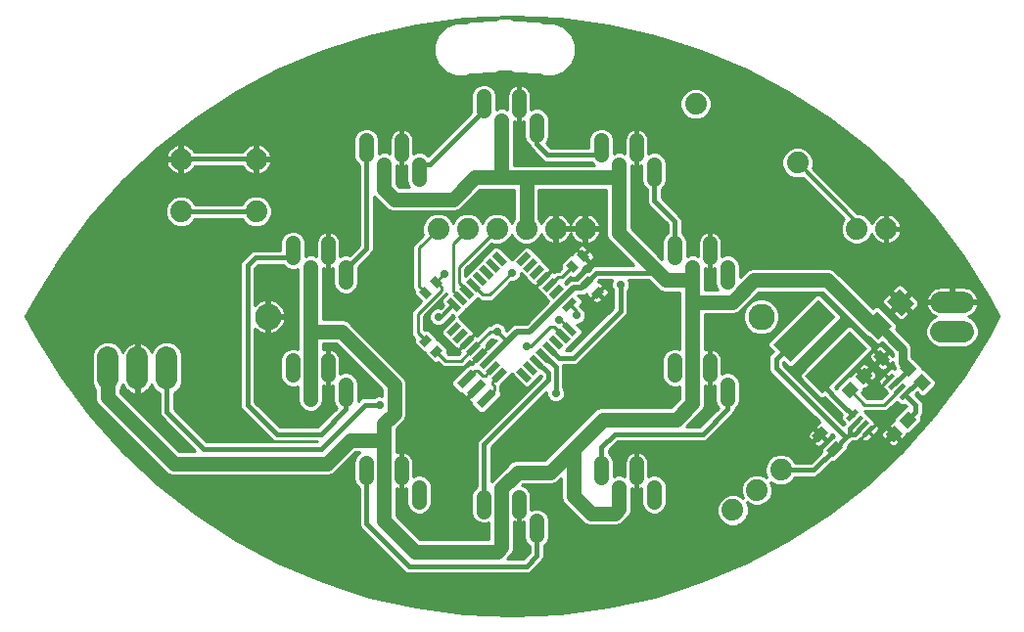
<source format=gtl>
G75*
%MOIN*%
%OFA0B0*%
%FSLAX25Y25*%
%IPPOS*%
%LPD*%
%AMOC8*
5,1,8,0,0,1.08239X$1,22.5*
%
%ADD10C,0.05000*%
%ADD11C,0.07400*%
%ADD12C,0.01600*%
%ADD13C,0.07400*%
%ADD14R,0.02756X0.03543*%
%ADD15R,0.02756X0.06693*%
%ADD16R,0.05000X0.02200*%
%ADD17R,0.02200X0.05000*%
%ADD18R,0.01575X0.04331*%
%ADD19R,0.21654X0.08465*%
%ADD20R,0.03150X0.04724*%
%ADD21R,0.04331X0.03937*%
%ADD22C,0.09000*%
%ADD23R,0.06299X0.07087*%
%ADD24C,0.01000*%
%ADD25C,0.02900*%
%ADD26C,0.01200*%
%ADD27C,0.02000*%
%ADD28C,0.03000*%
%ADD29C,0.01500*%
%ADD30C,0.00984*%
D10*
X0128000Y0091800D02*
X0138500Y0081300D01*
X0166500Y0081300D01*
X0168000Y0082800D01*
X0168000Y0091737D01*
X0168000Y0102800D01*
X0173500Y0108300D01*
X0184500Y0108300D01*
X0192500Y0116300D01*
X0192500Y0100300D01*
X0198500Y0094300D01*
X0206500Y0094300D01*
X0208000Y0095800D01*
X0208000Y0103237D01*
X0208000Y0098237D01*
X0202000Y0106487D02*
X0202000Y0111487D01*
X0192500Y0116300D02*
X0202500Y0126300D01*
X0227500Y0126300D01*
X0233000Y0131800D01*
X0233000Y0138237D01*
X0233000Y0166300D01*
X0233000Y0172300D01*
X0231500Y0173800D01*
X0233000Y0175300D01*
X0233000Y0178237D01*
X0233000Y0173237D01*
X0231500Y0173800D02*
X0224000Y0173800D01*
X0221500Y0176300D01*
X0208000Y0189800D01*
X0208000Y0208800D01*
X0176500Y0208800D01*
X0176500Y0191300D01*
X0159000Y0208800D02*
X0151500Y0201300D01*
X0131500Y0201300D01*
X0128000Y0204800D01*
X0128000Y0213237D01*
X0128000Y0208237D01*
X0122000Y0216487D02*
X0122000Y0221487D01*
X0134000Y0221487D02*
X0134000Y0216487D01*
X0140000Y0213237D02*
X0140000Y0208237D01*
X0159000Y0208800D02*
X0166500Y0208800D01*
X0168000Y0210300D01*
X0168000Y0228237D01*
X0168000Y0223237D01*
X0162000Y0231487D02*
X0162000Y0236487D01*
X0174000Y0236487D02*
X0174000Y0231487D01*
X0180000Y0228237D02*
X0180000Y0223237D01*
X0176500Y0208800D02*
X0166500Y0208800D01*
X0202000Y0216487D02*
X0202000Y0221487D01*
X0208000Y0213237D02*
X0208000Y0208800D01*
X0208000Y0208237D02*
X0208000Y0213237D01*
X0214000Y0216487D02*
X0214000Y0221487D01*
X0220000Y0213237D02*
X0220000Y0208237D01*
X0227000Y0186487D02*
X0227000Y0181487D01*
X0239000Y0181487D02*
X0239000Y0186487D01*
X0245000Y0178237D02*
X0245000Y0173237D01*
X0246500Y0166300D02*
X0233000Y0166300D01*
X0246500Y0166300D02*
X0254000Y0173800D01*
X0279000Y0173800D01*
X0294397Y0158403D01*
X0296103Y0158403D01*
X0245000Y0138237D02*
X0245000Y0133237D01*
X0239000Y0141487D02*
X0239000Y0146487D01*
X0233000Y0138237D02*
X0233000Y0133237D01*
X0227000Y0141487D02*
X0227000Y0146487D01*
X0214000Y0111487D02*
X0214000Y0106487D01*
X0220000Y0103237D02*
X0220000Y0098237D01*
X0180000Y0091737D02*
X0180000Y0086737D01*
X0174000Y0094987D02*
X0174000Y0099987D01*
X0168000Y0091737D02*
X0168000Y0086737D01*
X0162000Y0094987D02*
X0162000Y0099987D01*
X0140000Y0098237D02*
X0140000Y0103237D01*
X0134000Y0106487D02*
X0134000Y0111487D01*
X0128000Y0119300D02*
X0116500Y0119300D01*
X0108500Y0111300D01*
X0056500Y0111300D01*
X0034000Y0133800D01*
X0034000Y0143800D01*
X0097000Y0141487D02*
X0097000Y0146487D01*
X0103000Y0138237D02*
X0103000Y0155800D01*
X0103500Y0156300D01*
X0103000Y0156800D01*
X0103000Y0178237D01*
X0103000Y0173237D01*
X0097000Y0181487D02*
X0097000Y0186487D01*
X0109000Y0186487D02*
X0109000Y0181487D01*
X0115000Y0178237D02*
X0115000Y0173237D01*
X0113500Y0156300D02*
X0103500Y0156300D01*
X0113500Y0156300D02*
X0131500Y0138300D01*
X0131500Y0128300D01*
X0128000Y0124800D01*
X0128000Y0119300D01*
X0128000Y0103237D01*
X0128000Y0091800D01*
X0128000Y0098237D02*
X0128000Y0103237D01*
X0122000Y0106487D02*
X0122000Y0111487D01*
X0115000Y0133237D02*
X0115000Y0138237D01*
X0109000Y0141487D02*
X0109000Y0146487D01*
X0103000Y0138237D02*
X0103000Y0133237D01*
D11*
X0146500Y0191300D03*
X0156500Y0191300D03*
X0166500Y0191300D03*
X0176500Y0191300D03*
X0186500Y0191300D03*
X0196500Y0191300D03*
X0234179Y0233800D03*
X0268820Y0213800D03*
X0289000Y0191300D03*
X0299000Y0191300D03*
X0263197Y0109178D03*
X0255000Y0102300D03*
X0246803Y0095422D03*
X0084500Y0197200D03*
X0084500Y0215000D03*
X0058900Y0215000D03*
X0058900Y0197200D03*
D12*
X0059200Y0197100D02*
X0084700Y0197100D01*
X0084187Y0181487D02*
X0081500Y0178800D01*
X0081500Y0131300D01*
X0091500Y0121300D01*
X0106500Y0121300D01*
X0115000Y0129800D01*
X0115000Y0138237D01*
X0121500Y0131300D02*
X0126500Y0131300D01*
X0121500Y0131300D02*
X0106500Y0116300D01*
X0066500Y0116300D01*
X0054000Y0128800D01*
X0054000Y0143800D01*
X0084187Y0181487D02*
X0097000Y0181487D01*
X0115000Y0178237D02*
X0115750Y0178237D01*
X0122000Y0184487D01*
X0122000Y0216487D01*
X0140000Y0213237D02*
X0143750Y0213237D01*
X0162000Y0231487D01*
X0180000Y0228237D02*
X0180000Y0220300D01*
X0183813Y0216487D01*
X0202000Y0216487D01*
X0220000Y0213237D02*
X0220000Y0200800D01*
X0227000Y0193800D01*
X0227000Y0181487D01*
X0221500Y0176300D02*
X0200381Y0176300D01*
X0197190Y0173110D01*
X0208500Y0172300D02*
X0208500Y0163300D01*
X0192500Y0147300D01*
X0187727Y0147300D01*
X0184564Y0150463D01*
X0182337Y0148236D02*
X0186500Y0144073D01*
X0186500Y0135300D01*
X0184000Y0139800D02*
X0162000Y0117800D01*
X0162000Y0094987D01*
X0180000Y0091737D02*
X0180000Y0079800D01*
X0176500Y0076300D01*
X0136500Y0076300D01*
X0122000Y0090800D01*
X0122000Y0106487D01*
X0180109Y0146009D02*
X0184000Y0142119D01*
X0184000Y0139800D01*
X0206500Y0121300D02*
X0202000Y0116800D01*
X0202000Y0106487D01*
X0206500Y0121300D02*
X0236500Y0121300D01*
X0245000Y0129800D01*
X0245000Y0138237D01*
X0261500Y0143800D02*
X0261500Y0146990D01*
X0271155Y0156645D01*
X0281845Y0145955D02*
X0276500Y0140610D01*
X0276500Y0138800D01*
X0284059Y0131241D01*
X0284059Y0131213D01*
X0287522Y0127751D01*
X0289331Y0125941D02*
X0286500Y0123110D01*
X0286500Y0121300D01*
X0288310Y0121300D01*
X0291141Y0124132D01*
X0286500Y0121300D02*
X0285250Y0120050D01*
X0281505Y0116305D01*
X0281505Y0116295D02*
X0274389Y0109178D01*
X0263197Y0109178D01*
X0285250Y0120050D02*
X0261500Y0143800D01*
X0305478Y0134849D02*
X0309562Y0138934D01*
X0311366Y0138934D01*
X0305478Y0134849D02*
X0309000Y0131327D01*
X0309000Y0128800D01*
X0306366Y0126166D01*
X0084700Y0215100D02*
X0058700Y0215100D01*
D13*
X0054000Y0147500D02*
X0054000Y0140100D01*
X0044000Y0140100D02*
X0044000Y0147500D01*
X0034000Y0147500D02*
X0034000Y0140100D01*
X0317800Y0156300D02*
X0325200Y0156300D01*
X0325200Y0166300D02*
X0317800Y0166300D01*
D14*
G36*
X0201087Y0171716D02*
X0203036Y0169767D01*
X0200533Y0167264D01*
X0198584Y0169213D01*
X0201087Y0171716D01*
G37*
G36*
X0197467Y0175336D02*
X0199416Y0173387D01*
X0196913Y0170884D01*
X0194964Y0172833D01*
X0197467Y0175336D01*
G37*
G36*
X0189964Y0178767D02*
X0191913Y0180716D01*
X0194416Y0178213D01*
X0192467Y0176264D01*
X0189964Y0178767D01*
G37*
G36*
X0193584Y0182387D02*
X0195533Y0184336D01*
X0198036Y0181833D01*
X0196087Y0179884D01*
X0193584Y0182387D01*
G37*
G36*
X0148036Y0172833D02*
X0146087Y0170884D01*
X0143584Y0173387D01*
X0145533Y0175336D01*
X0148036Y0172833D01*
G37*
G36*
X0144416Y0169213D02*
X0142467Y0167264D01*
X0139964Y0169767D01*
X0141913Y0171716D01*
X0144416Y0169213D01*
G37*
G36*
X0141913Y0150884D02*
X0139964Y0152833D01*
X0142467Y0155336D01*
X0144416Y0153387D01*
X0141913Y0150884D01*
G37*
G36*
X0145533Y0147264D02*
X0143584Y0149213D01*
X0146087Y0151716D01*
X0148036Y0149767D01*
X0145533Y0147264D01*
G37*
D15*
G36*
X0157550Y0143481D02*
X0159499Y0141532D01*
X0154768Y0136801D01*
X0152819Y0138750D01*
X0157550Y0143481D01*
G37*
G36*
X0160891Y0140140D02*
X0162840Y0138191D01*
X0158109Y0133460D01*
X0156160Y0135409D01*
X0160891Y0140140D01*
G37*
G36*
X0164232Y0136799D02*
X0166181Y0134850D01*
X0161450Y0130119D01*
X0159501Y0132068D01*
X0164232Y0136799D01*
G37*
D16*
G36*
X0169890Y0142544D02*
X0166356Y0139010D01*
X0164800Y0140566D01*
X0168334Y0144100D01*
X0169890Y0142544D01*
G37*
G36*
X0167663Y0144771D02*
X0164129Y0141237D01*
X0162573Y0142793D01*
X0166107Y0146327D01*
X0167663Y0144771D01*
G37*
G36*
X0165436Y0146998D02*
X0161902Y0143464D01*
X0160346Y0145020D01*
X0163880Y0148554D01*
X0165436Y0146998D01*
G37*
G36*
X0163208Y0149225D02*
X0159674Y0145691D01*
X0158118Y0147247D01*
X0161652Y0150781D01*
X0163208Y0149225D01*
G37*
G36*
X0160981Y0151452D02*
X0157447Y0147918D01*
X0155891Y0149474D01*
X0159425Y0153008D01*
X0160981Y0151452D01*
G37*
G36*
X0158754Y0153680D02*
X0155220Y0150146D01*
X0153664Y0151702D01*
X0157198Y0155236D01*
X0158754Y0153680D01*
G37*
G36*
X0156527Y0155907D02*
X0152993Y0152373D01*
X0151437Y0153929D01*
X0154971Y0157463D01*
X0156527Y0155907D01*
G37*
G36*
X0154300Y0158134D02*
X0150766Y0154600D01*
X0149210Y0156156D01*
X0152744Y0159690D01*
X0154300Y0158134D01*
G37*
G36*
X0182654Y0177580D02*
X0179120Y0174046D01*
X0177564Y0175602D01*
X0181098Y0179136D01*
X0182654Y0177580D01*
G37*
G36*
X0184882Y0175353D02*
X0181348Y0171819D01*
X0179792Y0173375D01*
X0183326Y0176909D01*
X0184882Y0175353D01*
G37*
G36*
X0187109Y0173126D02*
X0183575Y0169592D01*
X0182019Y0171148D01*
X0185553Y0174682D01*
X0187109Y0173126D01*
G37*
G36*
X0189336Y0170898D02*
X0185802Y0167364D01*
X0184246Y0168920D01*
X0187780Y0172454D01*
X0189336Y0170898D01*
G37*
G36*
X0191563Y0168671D02*
X0188029Y0165137D01*
X0186473Y0166693D01*
X0190007Y0170227D01*
X0191563Y0168671D01*
G37*
G36*
X0193790Y0166444D02*
X0190256Y0162910D01*
X0188700Y0164466D01*
X0192234Y0168000D01*
X0193790Y0166444D01*
G37*
G36*
X0180427Y0179807D02*
X0176893Y0176273D01*
X0175337Y0177829D01*
X0178871Y0181363D01*
X0180427Y0179807D01*
G37*
G36*
X0178200Y0182034D02*
X0174666Y0178500D01*
X0173110Y0180056D01*
X0176644Y0183590D01*
X0178200Y0182034D01*
G37*
D17*
G36*
X0169890Y0180056D02*
X0168334Y0178500D01*
X0164800Y0182034D01*
X0166356Y0183590D01*
X0169890Y0180056D01*
G37*
G36*
X0167663Y0177829D02*
X0166107Y0176273D01*
X0162573Y0179807D01*
X0164129Y0181363D01*
X0167663Y0177829D01*
G37*
G36*
X0165436Y0175602D02*
X0163880Y0174046D01*
X0160346Y0177580D01*
X0161902Y0179136D01*
X0165436Y0175602D01*
G37*
G36*
X0163208Y0173375D02*
X0161652Y0171819D01*
X0158118Y0175353D01*
X0159674Y0176909D01*
X0163208Y0173375D01*
G37*
G36*
X0160981Y0171148D02*
X0159425Y0169592D01*
X0155891Y0173126D01*
X0157447Y0174682D01*
X0160981Y0171148D01*
G37*
G36*
X0158754Y0168920D02*
X0157198Y0167364D01*
X0153664Y0170898D01*
X0155220Y0172454D01*
X0158754Y0168920D01*
G37*
G36*
X0156527Y0166693D02*
X0154971Y0165137D01*
X0151437Y0168671D01*
X0152993Y0170227D01*
X0156527Y0166693D01*
G37*
G36*
X0154300Y0164466D02*
X0152744Y0162910D01*
X0149210Y0166444D01*
X0150766Y0168000D01*
X0154300Y0164466D01*
G37*
G36*
X0178200Y0140566D02*
X0176644Y0139010D01*
X0173110Y0142544D01*
X0174666Y0144100D01*
X0178200Y0140566D01*
G37*
G36*
X0180427Y0142793D02*
X0178871Y0141237D01*
X0175337Y0144771D01*
X0176893Y0146327D01*
X0180427Y0142793D01*
G37*
G36*
X0182654Y0145020D02*
X0181098Y0143464D01*
X0177564Y0146998D01*
X0179120Y0148554D01*
X0182654Y0145020D01*
G37*
G36*
X0184882Y0147247D02*
X0183326Y0145691D01*
X0179792Y0149225D01*
X0181348Y0150781D01*
X0184882Y0147247D01*
G37*
G36*
X0187109Y0149474D02*
X0185553Y0147918D01*
X0182019Y0151452D01*
X0183575Y0153008D01*
X0187109Y0149474D01*
G37*
G36*
X0189336Y0151702D02*
X0187780Y0150146D01*
X0184246Y0153680D01*
X0185802Y0155236D01*
X0189336Y0151702D01*
G37*
G36*
X0191563Y0153929D02*
X0190007Y0152373D01*
X0186473Y0155907D01*
X0188029Y0157463D01*
X0191563Y0153929D01*
G37*
G36*
X0193790Y0156156D02*
X0192234Y0154600D01*
X0188700Y0158134D01*
X0190256Y0159690D01*
X0193790Y0156156D01*
G37*
D18*
G36*
X0286548Y0125664D02*
X0285435Y0126777D01*
X0288496Y0129838D01*
X0289609Y0128725D01*
X0286548Y0125664D01*
G37*
G36*
X0288357Y0123854D02*
X0287244Y0124967D01*
X0290305Y0128028D01*
X0291418Y0126915D01*
X0288357Y0123854D01*
G37*
G36*
X0290167Y0122044D02*
X0289054Y0123157D01*
X0292115Y0126218D01*
X0293228Y0125105D01*
X0290167Y0122044D01*
G37*
G36*
X0291977Y0120235D02*
X0290864Y0121348D01*
X0293925Y0124409D01*
X0295038Y0123296D01*
X0291977Y0120235D01*
G37*
G36*
X0304504Y0132762D02*
X0303391Y0133875D01*
X0306452Y0136936D01*
X0307565Y0135823D01*
X0304504Y0132762D01*
G37*
G36*
X0302694Y0134572D02*
X0301581Y0135685D01*
X0304642Y0138746D01*
X0305755Y0137633D01*
X0302694Y0134572D01*
G37*
G36*
X0300885Y0136381D02*
X0299772Y0137494D01*
X0302833Y0140555D01*
X0303946Y0139442D01*
X0300885Y0136381D01*
G37*
G36*
X0299075Y0138191D02*
X0297962Y0139304D01*
X0301023Y0142365D01*
X0302136Y0141252D01*
X0299075Y0138191D01*
G37*
D19*
G36*
X0292493Y0150618D02*
X0277182Y0135307D01*
X0271197Y0141292D01*
X0286508Y0156603D01*
X0292493Y0150618D01*
G37*
G36*
X0281803Y0161308D02*
X0266492Y0145997D01*
X0260507Y0151982D01*
X0275818Y0167293D01*
X0281803Y0161308D01*
G37*
D20*
G36*
X0294712Y0147851D02*
X0296939Y0150078D01*
X0300278Y0146739D01*
X0298051Y0144512D01*
X0294712Y0147851D01*
G37*
G36*
X0299722Y0152861D02*
X0301949Y0155088D01*
X0305288Y0151749D01*
X0303061Y0149522D01*
X0299722Y0152861D01*
G37*
G36*
X0277051Y0124088D02*
X0279278Y0121861D01*
X0275939Y0118522D01*
X0273712Y0120749D01*
X0277051Y0124088D01*
G37*
G36*
X0282061Y0119078D02*
X0284288Y0116851D01*
X0280949Y0113512D01*
X0278722Y0115739D01*
X0282061Y0119078D01*
G37*
D21*
G36*
X0304556Y0121573D02*
X0301495Y0118512D01*
X0298712Y0121295D01*
X0301773Y0124356D01*
X0304556Y0121573D01*
G37*
G36*
X0309288Y0126305D02*
X0306227Y0123244D01*
X0303444Y0126027D01*
X0306505Y0129088D01*
X0309288Y0126305D01*
G37*
G36*
X0311227Y0141856D02*
X0314288Y0138795D01*
X0311505Y0136012D01*
X0308444Y0139073D01*
X0311227Y0141856D01*
G37*
G36*
X0306495Y0146588D02*
X0309556Y0143527D01*
X0306773Y0140744D01*
X0303712Y0143805D01*
X0306495Y0146588D01*
G37*
G36*
X0288444Y0141027D02*
X0291505Y0144088D01*
X0294288Y0141305D01*
X0291227Y0138244D01*
X0288444Y0141027D01*
G37*
G36*
X0283712Y0136295D02*
X0286773Y0139356D01*
X0289556Y0136573D01*
X0286495Y0133512D01*
X0283712Y0136295D01*
G37*
D22*
X0256500Y0161300D03*
X0088500Y0161300D03*
D23*
G36*
X0300834Y0158125D02*
X0296381Y0153672D01*
X0291372Y0158681D01*
X0295825Y0163134D01*
X0300834Y0158125D01*
G37*
G36*
X0308628Y0165919D02*
X0304175Y0161466D01*
X0299166Y0166475D01*
X0303619Y0170928D01*
X0308628Y0165919D01*
G37*
D24*
X0131839Y0077425D02*
X0092186Y0077425D01*
X0092139Y0077445D02*
X0077616Y0085150D01*
X0063832Y0094112D01*
X0050896Y0104259D01*
X0038910Y0115511D01*
X0027968Y0127782D01*
X0018156Y0140973D01*
X0009550Y0154981D01*
X0006120Y0161500D01*
X0009550Y0168019D01*
X0018156Y0182027D01*
X0027968Y0195218D01*
X0038910Y0207489D01*
X0050896Y0218741D01*
X0063832Y0228888D01*
X0077616Y0237850D01*
X0092139Y0245555D01*
X0107287Y0251944D01*
X0122942Y0256966D01*
X0138980Y0260581D01*
X0155276Y0262762D01*
X0171700Y0263490D01*
X0188124Y0262762D01*
X0204420Y0260581D01*
X0220458Y0256966D01*
X0236113Y0251944D01*
X0251261Y0245555D01*
X0265784Y0237850D01*
X0279568Y0228888D01*
X0292504Y0218741D01*
X0304490Y0207489D01*
X0315432Y0195218D01*
X0325244Y0182027D01*
X0333850Y0168019D01*
X0337280Y0161500D01*
X0333850Y0154981D01*
X0325244Y0140973D01*
X0315432Y0127782D01*
X0304490Y0115511D01*
X0292504Y0104259D01*
X0279568Y0094112D01*
X0265784Y0085150D01*
X0251261Y0077445D01*
X0236113Y0071056D01*
X0220458Y0066034D01*
X0204420Y0062419D01*
X0188124Y0060238D01*
X0171700Y0059510D01*
X0155276Y0060238D01*
X0138980Y0062419D01*
X0122942Y0066034D01*
X0107287Y0071056D01*
X0092139Y0077445D01*
X0092139Y0077445D01*
X0090294Y0078424D02*
X0130841Y0078424D01*
X0129842Y0079422D02*
X0088412Y0079422D01*
X0086530Y0080421D02*
X0128844Y0080421D01*
X0127845Y0081419D02*
X0084648Y0081419D01*
X0082766Y0082418D02*
X0126847Y0082418D01*
X0125848Y0083416D02*
X0080884Y0083416D01*
X0079002Y0084415D02*
X0124850Y0084415D01*
X0123851Y0085413D02*
X0077211Y0085413D01*
X0075675Y0086412D02*
X0122853Y0086412D01*
X0121854Y0087410D02*
X0074140Y0087410D01*
X0072604Y0088409D02*
X0120856Y0088409D01*
X0120584Y0088681D02*
X0135084Y0074181D01*
X0136003Y0073800D01*
X0176997Y0073800D01*
X0177916Y0074181D01*
X0181416Y0077681D01*
X0182119Y0078384D01*
X0182500Y0079303D01*
X0182500Y0083298D01*
X0183561Y0084358D01*
X0184200Y0085902D01*
X0184200Y0092573D01*
X0183561Y0094116D01*
X0182379Y0095298D01*
X0180835Y0095937D01*
X0179165Y0095937D01*
X0178000Y0095455D01*
X0178000Y0100381D01*
X0177846Y0101154D01*
X0177545Y0101882D01*
X0177107Y0102537D01*
X0176550Y0103094D01*
X0175895Y0103532D01*
X0175167Y0103834D01*
X0175005Y0103866D01*
X0175240Y0104100D01*
X0185335Y0104100D01*
X0186879Y0104739D01*
X0188300Y0106160D01*
X0188300Y0099465D01*
X0188939Y0097921D01*
X0194939Y0091921D01*
X0194939Y0091921D01*
X0196121Y0090739D01*
X0197665Y0090100D01*
X0207335Y0090100D01*
X0208879Y0090739D01*
X0210061Y0091921D01*
X0211561Y0093421D01*
X0212200Y0094965D01*
X0212200Y0102903D01*
X0212833Y0102641D01*
X0213606Y0102487D01*
X0213750Y0102487D01*
X0213750Y0106237D01*
X0214250Y0106237D01*
X0214250Y0102487D01*
X0214394Y0102487D01*
X0215167Y0102641D01*
X0215800Y0102903D01*
X0215800Y0097402D01*
X0216439Y0095858D01*
X0217621Y0094677D01*
X0219165Y0094037D01*
X0220835Y0094037D01*
X0222379Y0094677D01*
X0223561Y0095858D01*
X0224200Y0097402D01*
X0224200Y0104073D01*
X0223561Y0105616D01*
X0222379Y0106798D01*
X0220835Y0107437D01*
X0219165Y0107437D01*
X0218000Y0106955D01*
X0218000Y0111881D01*
X0217846Y0112654D01*
X0217545Y0113382D01*
X0217107Y0114037D01*
X0216550Y0114594D01*
X0215895Y0115032D01*
X0215167Y0115334D01*
X0214394Y0115487D01*
X0214250Y0115487D01*
X0214250Y0106737D01*
X0213750Y0106737D01*
X0213750Y0115487D01*
X0213606Y0115487D01*
X0212833Y0115334D01*
X0212105Y0115032D01*
X0211450Y0114594D01*
X0210893Y0114037D01*
X0210455Y0113382D01*
X0210154Y0112654D01*
X0210000Y0111881D01*
X0210000Y0106955D01*
X0208835Y0107437D01*
X0207165Y0107437D01*
X0206200Y0107038D01*
X0206200Y0112323D01*
X0205561Y0113866D01*
X0204500Y0114927D01*
X0204500Y0115764D01*
X0207536Y0118800D01*
X0236997Y0118800D01*
X0237916Y0119181D01*
X0246416Y0127681D01*
X0247119Y0128384D01*
X0247500Y0129303D01*
X0247500Y0129798D01*
X0248561Y0130858D01*
X0249200Y0132402D01*
X0249200Y0139073D01*
X0248561Y0140616D01*
X0247379Y0141798D01*
X0245835Y0142437D01*
X0244165Y0142437D01*
X0243000Y0141955D01*
X0243000Y0146881D01*
X0242846Y0147654D01*
X0242545Y0148382D01*
X0242107Y0149037D01*
X0241550Y0149594D01*
X0240895Y0150032D01*
X0240167Y0150334D01*
X0239394Y0150487D01*
X0239250Y0150487D01*
X0239250Y0141737D01*
X0238750Y0141737D01*
X0238750Y0150487D01*
X0238606Y0150487D01*
X0237833Y0150334D01*
X0237200Y0150071D01*
X0237200Y0162100D01*
X0247335Y0162100D01*
X0248879Y0162739D01*
X0250061Y0163921D01*
X0255740Y0169600D01*
X0277260Y0169600D01*
X0290837Y0156023D01*
X0292018Y0154842D01*
X0293361Y0154286D01*
X0295677Y0151970D01*
X0297085Y0151970D01*
X0297700Y0152585D01*
X0298022Y0152264D01*
X0298022Y0152158D01*
X0301400Y0148780D01*
X0301400Y0147737D01*
X0299872Y0149265D01*
X0297901Y0147295D01*
X0297495Y0147701D01*
X0299465Y0149672D01*
X0297859Y0151279D01*
X0297517Y0151476D01*
X0297135Y0151578D01*
X0296740Y0151578D01*
X0296359Y0151476D01*
X0296017Y0151279D01*
X0294967Y0150229D01*
X0297494Y0147701D01*
X0297088Y0147295D01*
X0294560Y0149822D01*
X0293510Y0148772D01*
X0293313Y0148430D01*
X0293211Y0148049D01*
X0293211Y0147654D01*
X0293313Y0147272D01*
X0293510Y0146930D01*
X0295117Y0145324D01*
X0292367Y0145324D01*
X0292427Y0145290D02*
X0292084Y0145487D01*
X0291703Y0145589D01*
X0291308Y0145589D01*
X0290927Y0145487D01*
X0290584Y0145290D01*
X0289256Y0143961D01*
X0291366Y0141851D01*
X0290681Y0141166D01*
X0288571Y0143276D01*
X0287243Y0141948D01*
X0287045Y0141606D01*
X0286943Y0141225D01*
X0286943Y0141057D01*
X0286069Y0141057D01*
X0282011Y0136999D01*
X0282011Y0136825D01*
X0281558Y0137278D01*
X0294193Y0149914D01*
X0294193Y0151322D01*
X0287212Y0158303D01*
X0285804Y0158303D01*
X0269497Y0141996D01*
X0269497Y0140588D01*
X0276478Y0133607D01*
X0277886Y0133607D01*
X0278022Y0133742D01*
X0281920Y0129844D01*
X0281940Y0129797D01*
X0282643Y0129094D01*
X0283995Y0127742D01*
X0283734Y0127480D01*
X0283734Y0126072D01*
X0284831Y0124976D01*
X0284381Y0124526D01*
X0284360Y0124476D01*
X0264000Y0144836D01*
X0264000Y0145955D01*
X0264065Y0146020D01*
X0265788Y0144297D01*
X0267196Y0144297D01*
X0283503Y0160604D01*
X0283503Y0162012D01*
X0276522Y0168993D01*
X0275114Y0168993D01*
X0258807Y0152686D01*
X0258807Y0151278D01*
X0260529Y0149555D01*
X0259381Y0148406D01*
X0259000Y0147487D01*
X0259000Y0143303D01*
X0259381Y0142384D01*
X0260084Y0141681D01*
X0276349Y0125416D01*
X0276130Y0125290D01*
X0274524Y0123683D01*
X0276494Y0121712D01*
X0276088Y0121306D01*
X0274117Y0123276D01*
X0272510Y0121670D01*
X0272313Y0121328D01*
X0272211Y0120946D01*
X0272211Y0120551D01*
X0272313Y0120170D01*
X0272510Y0119828D01*
X0273560Y0118778D01*
X0276088Y0121305D01*
X0276494Y0120899D01*
X0273967Y0118371D01*
X0275017Y0117321D01*
X0275359Y0117124D01*
X0275740Y0117022D01*
X0276135Y0117022D01*
X0276517Y0117124D01*
X0276859Y0117321D01*
X0278465Y0118928D01*
X0276495Y0120899D01*
X0276901Y0121305D01*
X0278872Y0119334D01*
X0280479Y0120941D01*
X0280605Y0121160D01*
X0281172Y0120592D01*
X0277022Y0116442D01*
X0277022Y0115346D01*
X0273353Y0111678D01*
X0268006Y0111678D01*
X0267775Y0112237D01*
X0266256Y0113756D01*
X0264271Y0114578D01*
X0262123Y0114578D01*
X0260138Y0113756D01*
X0258619Y0112237D01*
X0257797Y0110252D01*
X0257797Y0108104D01*
X0258478Y0106459D01*
X0258059Y0106878D01*
X0256074Y0107700D01*
X0253926Y0107700D01*
X0251941Y0106878D01*
X0250422Y0105359D01*
X0249600Y0103374D01*
X0249600Y0101226D01*
X0250281Y0099581D01*
X0249862Y0100000D01*
X0247877Y0100822D01*
X0245729Y0100822D01*
X0243744Y0100000D01*
X0242225Y0098481D01*
X0241403Y0096496D01*
X0241403Y0094348D01*
X0242225Y0092363D01*
X0243744Y0090844D01*
X0245729Y0090022D01*
X0247877Y0090022D01*
X0249862Y0090844D01*
X0251381Y0092363D01*
X0252203Y0094348D01*
X0252203Y0096496D01*
X0251522Y0098141D01*
X0251941Y0097722D01*
X0253926Y0096900D01*
X0256074Y0096900D01*
X0258059Y0097722D01*
X0259578Y0099241D01*
X0260400Y0101226D01*
X0260400Y0103374D01*
X0259719Y0105019D01*
X0260138Y0104600D01*
X0262123Y0103778D01*
X0264271Y0103778D01*
X0266256Y0104600D01*
X0267775Y0106119D01*
X0268006Y0106678D01*
X0274886Y0106678D01*
X0275805Y0107058D01*
X0280557Y0111811D01*
X0281653Y0111811D01*
X0285989Y0116147D01*
X0285989Y0117254D01*
X0287369Y0118634D01*
X0287536Y0118800D01*
X0288807Y0118800D01*
X0289726Y0119181D01*
X0290317Y0119772D01*
X0290359Y0119730D01*
X0291055Y0119034D01*
X0291397Y0118836D01*
X0291779Y0118734D01*
X0292174Y0118734D01*
X0292555Y0118836D01*
X0292897Y0119034D01*
X0294568Y0120704D01*
X0292951Y0122322D01*
X0292951Y0122322D01*
X0295542Y0124914D01*
X0294929Y0125527D01*
X0294929Y0125810D01*
X0292820Y0127919D01*
X0291639Y0129100D01*
X0299221Y0129100D01*
X0300509Y0130389D01*
X0302491Y0132370D01*
X0303800Y0131062D01*
X0305208Y0131062D01*
X0305469Y0131323D01*
X0306003Y0130789D01*
X0305801Y0130789D01*
X0301743Y0126731D01*
X0301743Y0125857D01*
X0301575Y0125857D01*
X0301194Y0125755D01*
X0300852Y0125557D01*
X0299524Y0124229D01*
X0301634Y0122119D01*
X0300949Y0121434D01*
X0298839Y0123544D01*
X0297510Y0122216D01*
X0297313Y0121873D01*
X0297211Y0121492D01*
X0297211Y0121097D01*
X0297313Y0120716D01*
X0297510Y0120373D01*
X0298699Y0119184D01*
X0300949Y0121434D01*
X0301634Y0120749D01*
X0302319Y0121434D01*
X0304429Y0119324D01*
X0305757Y0120652D01*
X0305955Y0120994D01*
X0306057Y0121375D01*
X0306057Y0121543D01*
X0306931Y0121543D01*
X0310989Y0125601D01*
X0310989Y0127010D01*
X0310867Y0127132D01*
X0311119Y0127384D01*
X0311500Y0128303D01*
X0311500Y0131825D01*
X0311119Y0132744D01*
X0310416Y0133447D01*
X0309014Y0134849D01*
X0309638Y0135474D01*
X0310801Y0134311D01*
X0312210Y0134311D01*
X0315989Y0138090D01*
X0315989Y0139499D01*
X0311931Y0143557D01*
X0311257Y0143557D01*
X0311257Y0144231D01*
X0307800Y0147688D01*
X0307800Y0150848D01*
X0307313Y0152024D01*
X0306989Y0152347D01*
X0306989Y0152453D01*
X0302653Y0156789D01*
X0302547Y0156789D01*
X0302226Y0157111D01*
X0302535Y0157420D01*
X0302535Y0158828D01*
X0296528Y0164835D01*
X0295120Y0164835D01*
X0294512Y0164227D01*
X0281379Y0177361D01*
X0279835Y0178000D01*
X0253165Y0178000D01*
X0251621Y0177361D01*
X0249200Y0174940D01*
X0249200Y0179073D01*
X0248561Y0180616D01*
X0247379Y0181798D01*
X0245835Y0182437D01*
X0244165Y0182437D01*
X0243000Y0181955D01*
X0243000Y0186881D01*
X0242846Y0187654D01*
X0242545Y0188382D01*
X0242107Y0189037D01*
X0241550Y0189594D01*
X0240895Y0190032D01*
X0240167Y0190334D01*
X0239394Y0190487D01*
X0239250Y0190487D01*
X0239250Y0181737D01*
X0238750Y0181737D01*
X0238750Y0190487D01*
X0238606Y0190487D01*
X0237833Y0190334D01*
X0237105Y0190032D01*
X0236450Y0189594D01*
X0235893Y0189037D01*
X0235455Y0188382D01*
X0235154Y0187654D01*
X0235000Y0186881D01*
X0235000Y0181955D01*
X0233835Y0182437D01*
X0232165Y0182437D01*
X0231200Y0182038D01*
X0231200Y0187323D01*
X0230561Y0188866D01*
X0229500Y0189927D01*
X0229500Y0194297D01*
X0229119Y0195216D01*
X0222500Y0201836D01*
X0222500Y0204798D01*
X0223561Y0205858D01*
X0224200Y0207402D01*
X0224200Y0214073D01*
X0223561Y0215616D01*
X0222379Y0216798D01*
X0220835Y0217437D01*
X0219165Y0217437D01*
X0218000Y0216955D01*
X0218000Y0221881D01*
X0217846Y0222654D01*
X0217545Y0223382D01*
X0217107Y0224037D01*
X0216550Y0224594D01*
X0215895Y0225032D01*
X0215167Y0225334D01*
X0214394Y0225487D01*
X0214250Y0225487D01*
X0214250Y0216737D01*
X0213750Y0216737D01*
X0213750Y0225487D01*
X0213606Y0225487D01*
X0212833Y0225334D01*
X0212105Y0225032D01*
X0211450Y0224594D01*
X0210893Y0224037D01*
X0210455Y0223382D01*
X0210154Y0222654D01*
X0210000Y0221881D01*
X0210000Y0216955D01*
X0208835Y0217437D01*
X0207165Y0217437D01*
X0206200Y0217038D01*
X0206200Y0222323D01*
X0205561Y0223866D01*
X0204379Y0225048D01*
X0202835Y0225687D01*
X0201165Y0225687D01*
X0199621Y0225048D01*
X0198439Y0223866D01*
X0197800Y0222323D01*
X0197800Y0218987D01*
X0184848Y0218987D01*
X0183269Y0220567D01*
X0183561Y0220858D01*
X0184200Y0222402D01*
X0184200Y0229073D01*
X0183561Y0230616D01*
X0182379Y0231798D01*
X0180835Y0232437D01*
X0179165Y0232437D01*
X0178000Y0231955D01*
X0178000Y0236881D01*
X0177846Y0237654D01*
X0177545Y0238382D01*
X0177107Y0239037D01*
X0176550Y0239594D01*
X0175895Y0240032D01*
X0175167Y0240334D01*
X0174394Y0240487D01*
X0174250Y0240487D01*
X0174250Y0231737D01*
X0173750Y0231737D01*
X0173750Y0240487D01*
X0173606Y0240487D01*
X0172833Y0240334D01*
X0172105Y0240032D01*
X0171450Y0239594D01*
X0170893Y0239037D01*
X0170455Y0238382D01*
X0170154Y0237654D01*
X0170000Y0236881D01*
X0170000Y0231955D01*
X0168835Y0232437D01*
X0167165Y0232437D01*
X0166200Y0232038D01*
X0166200Y0237323D01*
X0165561Y0238866D01*
X0164379Y0240048D01*
X0162835Y0240687D01*
X0161165Y0240687D01*
X0159621Y0240048D01*
X0158439Y0238866D01*
X0157800Y0237323D01*
X0157800Y0230823D01*
X0143077Y0216100D01*
X0142379Y0216798D01*
X0140835Y0217437D01*
X0139165Y0217437D01*
X0138000Y0216955D01*
X0138000Y0221881D01*
X0137846Y0222654D01*
X0137545Y0223382D01*
X0137107Y0224037D01*
X0136550Y0224594D01*
X0135895Y0225032D01*
X0135167Y0225334D01*
X0134394Y0225487D01*
X0134250Y0225487D01*
X0134250Y0216737D01*
X0133750Y0216737D01*
X0133750Y0225487D01*
X0133606Y0225487D01*
X0132833Y0225334D01*
X0132105Y0225032D01*
X0131450Y0224594D01*
X0130893Y0224037D01*
X0130455Y0223382D01*
X0130154Y0222654D01*
X0130000Y0221881D01*
X0130000Y0216955D01*
X0128835Y0217437D01*
X0127165Y0217437D01*
X0126200Y0217038D01*
X0126200Y0222323D01*
X0125561Y0223866D01*
X0124379Y0225048D01*
X0122835Y0225687D01*
X0121165Y0225687D01*
X0119621Y0225048D01*
X0118439Y0223866D01*
X0117800Y0222323D01*
X0117800Y0215652D01*
X0118439Y0214108D01*
X0119500Y0213048D01*
X0119500Y0185523D01*
X0116245Y0182268D01*
X0115835Y0182437D01*
X0114165Y0182437D01*
X0113000Y0181955D01*
X0113000Y0186881D01*
X0112846Y0187654D01*
X0112545Y0188382D01*
X0112107Y0189037D01*
X0111550Y0189594D01*
X0110895Y0190032D01*
X0110167Y0190334D01*
X0109394Y0190487D01*
X0109250Y0190487D01*
X0109250Y0181737D01*
X0108750Y0181737D01*
X0108750Y0190487D01*
X0108606Y0190487D01*
X0107833Y0190334D01*
X0107105Y0190032D01*
X0106450Y0189594D01*
X0105893Y0189037D01*
X0105455Y0188382D01*
X0105154Y0187654D01*
X0105000Y0186881D01*
X0105000Y0181955D01*
X0103835Y0182437D01*
X0102165Y0182437D01*
X0101200Y0182038D01*
X0101200Y0187323D01*
X0100561Y0188866D01*
X0099379Y0190048D01*
X0097835Y0190687D01*
X0096165Y0190687D01*
X0094621Y0190048D01*
X0093439Y0188866D01*
X0092800Y0187323D01*
X0092800Y0183987D01*
X0083690Y0183987D01*
X0082771Y0183607D01*
X0080084Y0180919D01*
X0079381Y0180216D01*
X0079000Y0179297D01*
X0079000Y0130803D01*
X0079381Y0129884D01*
X0080084Y0129181D01*
X0090084Y0119181D01*
X0091003Y0118800D01*
X0105464Y0118800D01*
X0067536Y0118800D01*
X0056500Y0129836D01*
X0056500Y0135291D01*
X0057059Y0135522D01*
X0058578Y0137041D01*
X0059400Y0139026D01*
X0059400Y0148574D01*
X0058578Y0150559D01*
X0057059Y0152078D01*
X0055074Y0152900D01*
X0052926Y0152900D01*
X0050941Y0152078D01*
X0049422Y0150559D01*
X0048891Y0149276D01*
X0048819Y0149496D01*
X0048447Y0150225D01*
X0047966Y0150888D01*
X0047388Y0151466D01*
X0046725Y0151947D01*
X0045996Y0152319D01*
X0045218Y0152572D01*
X0044500Y0152686D01*
X0044500Y0144300D01*
X0043500Y0144300D01*
X0043500Y0152686D01*
X0042782Y0152572D01*
X0042004Y0152319D01*
X0041275Y0151947D01*
X0040612Y0151466D01*
X0040034Y0150888D01*
X0039553Y0150225D01*
X0039181Y0149496D01*
X0039109Y0149276D01*
X0038578Y0150559D01*
X0037059Y0152078D01*
X0035074Y0152900D01*
X0032926Y0152900D01*
X0030941Y0152078D01*
X0029422Y0150559D01*
X0028600Y0148574D01*
X0028600Y0139026D01*
X0029422Y0137041D01*
X0029800Y0136663D01*
X0029800Y0132965D01*
X0030439Y0131421D01*
X0052939Y0108921D01*
X0054121Y0107739D01*
X0055665Y0107100D01*
X0109335Y0107100D01*
X0110879Y0107739D01*
X0118240Y0115100D01*
X0119746Y0115100D01*
X0119621Y0115048D01*
X0118439Y0113866D01*
X0117800Y0112323D01*
X0117800Y0105652D01*
X0118439Y0104108D01*
X0119500Y0103048D01*
X0119500Y0090303D01*
X0119881Y0089384D01*
X0120584Y0088681D01*
X0119871Y0089407D02*
X0071068Y0089407D01*
X0069532Y0090406D02*
X0119500Y0090406D01*
X0119500Y0091404D02*
X0067996Y0091404D01*
X0066461Y0092403D02*
X0119500Y0092403D01*
X0119500Y0093401D02*
X0064925Y0093401D01*
X0063465Y0094400D02*
X0119500Y0094400D01*
X0119500Y0095398D02*
X0062192Y0095398D01*
X0060919Y0096397D02*
X0119500Y0096397D01*
X0119500Y0097395D02*
X0059646Y0097395D01*
X0058373Y0098394D02*
X0119500Y0098394D01*
X0119500Y0099392D02*
X0057100Y0099392D01*
X0055827Y0100391D02*
X0119500Y0100391D01*
X0119500Y0101389D02*
X0054554Y0101389D01*
X0053281Y0102388D02*
X0119500Y0102388D01*
X0119161Y0103386D02*
X0052008Y0103386D01*
X0050762Y0104385D02*
X0118325Y0104385D01*
X0117911Y0105383D02*
X0049698Y0105383D01*
X0048635Y0106382D02*
X0117800Y0106382D01*
X0117800Y0107380D02*
X0110012Y0107380D01*
X0111519Y0108379D02*
X0117800Y0108379D01*
X0117800Y0109377D02*
X0112517Y0109377D01*
X0113516Y0110376D02*
X0117800Y0110376D01*
X0117800Y0111374D02*
X0114514Y0111374D01*
X0115513Y0112373D02*
X0117821Y0112373D01*
X0118234Y0113371D02*
X0116511Y0113371D01*
X0117510Y0114370D02*
X0118943Y0114370D01*
X0132200Y0115071D02*
X0132200Y0123060D01*
X0133879Y0124739D01*
X0135061Y0125921D01*
X0135700Y0127465D01*
X0135700Y0139135D01*
X0135061Y0140679D01*
X0117061Y0158679D01*
X0115879Y0159861D01*
X0114335Y0160500D01*
X0107200Y0160500D01*
X0107200Y0177903D01*
X0107833Y0177641D01*
X0108606Y0177487D01*
X0108750Y0177487D01*
X0108750Y0181237D01*
X0109250Y0181237D01*
X0109250Y0177487D01*
X0109394Y0177487D01*
X0110167Y0177641D01*
X0110800Y0177903D01*
X0110800Y0172402D01*
X0111439Y0170858D01*
X0112621Y0169677D01*
X0114165Y0169037D01*
X0115835Y0169037D01*
X0117379Y0169677D01*
X0118561Y0170858D01*
X0119200Y0172402D01*
X0119200Y0178152D01*
X0124119Y0183071D01*
X0124500Y0183990D01*
X0124500Y0202360D01*
X0127939Y0198921D01*
X0129121Y0197739D01*
X0130665Y0197100D01*
X0152335Y0197100D01*
X0153879Y0197739D01*
X0155061Y0198921D01*
X0160740Y0204600D01*
X0172300Y0204600D01*
X0172300Y0194737D01*
X0171922Y0194359D01*
X0171500Y0193340D01*
X0171078Y0194359D01*
X0169559Y0195878D01*
X0167574Y0196700D01*
X0165426Y0196700D01*
X0163441Y0195878D01*
X0161922Y0194359D01*
X0161500Y0193340D01*
X0161078Y0194359D01*
X0159559Y0195878D01*
X0157574Y0196700D01*
X0155426Y0196700D01*
X0153441Y0195878D01*
X0151922Y0194359D01*
X0151500Y0193340D01*
X0151078Y0194359D01*
X0149559Y0195878D01*
X0147574Y0196700D01*
X0145426Y0196700D01*
X0143441Y0195878D01*
X0141922Y0194359D01*
X0141100Y0192374D01*
X0141100Y0190226D01*
X0141456Y0189367D01*
X0139089Y0187000D01*
X0137800Y0185711D01*
X0137800Y0170770D01*
X0138263Y0170306D01*
X0138263Y0169065D01*
X0140708Y0166620D01*
X0137300Y0163211D01*
X0137300Y0154889D01*
X0138458Y0153730D01*
X0138263Y0153535D01*
X0138263Y0152127D01*
X0141208Y0149182D01*
X0141882Y0149182D01*
X0141882Y0148508D01*
X0144827Y0145563D01*
X0146235Y0145563D01*
X0146430Y0145758D01*
X0146800Y0145389D01*
X0148089Y0144100D01*
X0155184Y0144100D01*
X0157164Y0146079D01*
X0157800Y0145443D01*
X0160593Y0148236D01*
X0160663Y0148166D01*
X0157870Y0145373D01*
X0158062Y0145181D01*
X0156847Y0145181D01*
X0151119Y0139453D01*
X0151119Y0138045D01*
X0154063Y0135100D01*
X0154689Y0135100D01*
X0154762Y0134829D01*
X0154959Y0134487D01*
X0155939Y0133507D01*
X0159233Y0136800D01*
X0159500Y0136533D01*
X0156207Y0133239D01*
X0157187Y0132259D01*
X0157529Y0132062D01*
X0157800Y0131989D01*
X0157800Y0131363D01*
X0160745Y0128419D01*
X0162153Y0128419D01*
X0167881Y0134147D01*
X0167881Y0135555D01*
X0167700Y0135737D01*
X0167700Y0137950D01*
X0171500Y0141750D01*
X0175941Y0137309D01*
X0177349Y0137309D01*
X0179576Y0139537D01*
X0181312Y0141272D01*
X0181500Y0141083D01*
X0181500Y0140836D01*
X0160584Y0119919D01*
X0159881Y0119216D01*
X0159500Y0118297D01*
X0159500Y0103427D01*
X0158439Y0102366D01*
X0157800Y0100823D01*
X0157800Y0094152D01*
X0158439Y0092608D01*
X0159621Y0091427D01*
X0161165Y0090787D01*
X0162835Y0090787D01*
X0163800Y0091187D01*
X0163800Y0085500D01*
X0140240Y0085500D01*
X0132200Y0093540D01*
X0132200Y0102903D01*
X0132833Y0102641D01*
X0133606Y0102487D01*
X0133750Y0102487D01*
X0133750Y0106237D01*
X0134250Y0106237D01*
X0134250Y0102487D01*
X0134394Y0102487D01*
X0135167Y0102641D01*
X0135800Y0102903D01*
X0135800Y0097402D01*
X0136439Y0095858D01*
X0137621Y0094677D01*
X0139165Y0094037D01*
X0140835Y0094037D01*
X0142379Y0094677D01*
X0143561Y0095858D01*
X0144200Y0097402D01*
X0144200Y0104073D01*
X0143561Y0105616D01*
X0142379Y0106798D01*
X0140835Y0107437D01*
X0139165Y0107437D01*
X0138000Y0106955D01*
X0138000Y0111881D01*
X0137846Y0112654D01*
X0137545Y0113382D01*
X0137107Y0114037D01*
X0136550Y0114594D01*
X0135895Y0115032D01*
X0135167Y0115334D01*
X0134394Y0115487D01*
X0134250Y0115487D01*
X0134250Y0106737D01*
X0133750Y0106737D01*
X0133750Y0115487D01*
X0133606Y0115487D01*
X0132833Y0115334D01*
X0132200Y0115071D01*
X0132200Y0115368D02*
X0133008Y0115368D01*
X0133750Y0115368D02*
X0134250Y0115368D01*
X0134992Y0115368D02*
X0159500Y0115368D01*
X0159500Y0114370D02*
X0136774Y0114370D01*
X0137549Y0113371D02*
X0159500Y0113371D01*
X0159500Y0112373D02*
X0137902Y0112373D01*
X0138000Y0111374D02*
X0159500Y0111374D01*
X0159500Y0110376D02*
X0138000Y0110376D01*
X0138000Y0109377D02*
X0159500Y0109377D01*
X0159500Y0108379D02*
X0138000Y0108379D01*
X0138000Y0107380D02*
X0139027Y0107380D01*
X0140973Y0107380D02*
X0159500Y0107380D01*
X0159500Y0106382D02*
X0142795Y0106382D01*
X0143657Y0105383D02*
X0159500Y0105383D01*
X0159500Y0104385D02*
X0144071Y0104385D01*
X0144200Y0103386D02*
X0159459Y0103386D01*
X0158461Y0102388D02*
X0144200Y0102388D01*
X0144200Y0101389D02*
X0158035Y0101389D01*
X0157800Y0100391D02*
X0144200Y0100391D01*
X0144200Y0099392D02*
X0157800Y0099392D01*
X0157800Y0098394D02*
X0144200Y0098394D01*
X0144197Y0097395D02*
X0157800Y0097395D01*
X0157800Y0096397D02*
X0143784Y0096397D01*
X0143101Y0095398D02*
X0157800Y0095398D01*
X0157800Y0094400D02*
X0141710Y0094400D01*
X0138290Y0094400D02*
X0132200Y0094400D01*
X0132200Y0095398D02*
X0136899Y0095398D01*
X0136216Y0096397D02*
X0132200Y0096397D01*
X0132200Y0097395D02*
X0135803Y0097395D01*
X0135800Y0098394D02*
X0132200Y0098394D01*
X0132200Y0099392D02*
X0135800Y0099392D01*
X0135800Y0100391D02*
X0132200Y0100391D01*
X0132200Y0101389D02*
X0135800Y0101389D01*
X0135800Y0102388D02*
X0132200Y0102388D01*
X0133750Y0103386D02*
X0134250Y0103386D01*
X0134250Y0104385D02*
X0133750Y0104385D01*
X0133750Y0105383D02*
X0134250Y0105383D01*
X0134250Y0107380D02*
X0133750Y0107380D01*
X0133750Y0108379D02*
X0134250Y0108379D01*
X0134250Y0109377D02*
X0133750Y0109377D01*
X0133750Y0110376D02*
X0134250Y0110376D01*
X0134250Y0111374D02*
X0133750Y0111374D01*
X0133750Y0112373D02*
X0134250Y0112373D01*
X0134250Y0113371D02*
X0133750Y0113371D01*
X0133750Y0114370D02*
X0134250Y0114370D01*
X0132200Y0116367D02*
X0159500Y0116367D01*
X0159500Y0117366D02*
X0132200Y0117366D01*
X0132200Y0118364D02*
X0159528Y0118364D01*
X0160027Y0119363D02*
X0132200Y0119363D01*
X0132200Y0120361D02*
X0161026Y0120361D01*
X0162024Y0121360D02*
X0132200Y0121360D01*
X0132200Y0122358D02*
X0163023Y0122358D01*
X0164021Y0123357D02*
X0132496Y0123357D01*
X0133495Y0124355D02*
X0165020Y0124355D01*
X0166018Y0125354D02*
X0134493Y0125354D01*
X0135239Y0126352D02*
X0167017Y0126352D01*
X0168015Y0127351D02*
X0135653Y0127351D01*
X0135700Y0128349D02*
X0169014Y0128349D01*
X0170012Y0129348D02*
X0163082Y0129348D01*
X0164080Y0130346D02*
X0171011Y0130346D01*
X0172009Y0131345D02*
X0165079Y0131345D01*
X0166077Y0132343D02*
X0173008Y0132343D01*
X0174006Y0133342D02*
X0167076Y0133342D01*
X0167881Y0134340D02*
X0175005Y0134340D01*
X0176003Y0135339D02*
X0167881Y0135339D01*
X0167700Y0136337D02*
X0177002Y0136337D01*
X0177376Y0137336D02*
X0178000Y0137336D01*
X0178374Y0138334D02*
X0178999Y0138334D01*
X0179373Y0139333D02*
X0179997Y0139333D01*
X0180371Y0140331D02*
X0180996Y0140331D01*
X0183350Y0135614D02*
X0183350Y0134673D01*
X0183830Y0133516D01*
X0184716Y0132630D01*
X0185873Y0132150D01*
X0187127Y0132150D01*
X0188284Y0132630D01*
X0189170Y0133516D01*
X0189650Y0134673D01*
X0189650Y0135927D01*
X0189170Y0137084D01*
X0189000Y0137255D01*
X0189000Y0144570D01*
X0188905Y0144800D01*
X0192003Y0144800D01*
X0192997Y0144800D01*
X0193916Y0145181D01*
X0209916Y0161181D01*
X0210619Y0161884D01*
X0211000Y0162803D01*
X0211000Y0170345D01*
X0211170Y0170516D01*
X0211650Y0171673D01*
X0211650Y0172927D01*
X0211288Y0173800D01*
X0218060Y0173800D01*
X0221621Y0170239D01*
X0223165Y0169600D01*
X0228800Y0169600D01*
X0228800Y0150288D01*
X0227835Y0150687D01*
X0226165Y0150687D01*
X0224621Y0150048D01*
X0223439Y0148866D01*
X0222800Y0147323D01*
X0222800Y0140652D01*
X0223439Y0139108D01*
X0224621Y0137927D01*
X0226165Y0137287D01*
X0227835Y0137287D01*
X0228800Y0137687D01*
X0228800Y0133540D01*
X0225760Y0130500D01*
X0201665Y0130500D01*
X0200121Y0129861D01*
X0190121Y0119861D01*
X0190121Y0119861D01*
X0182760Y0112500D01*
X0172665Y0112500D01*
X0171121Y0111861D01*
X0169939Y0110679D01*
X0164500Y0105240D01*
X0164500Y0116764D01*
X0183350Y0135614D01*
X0183350Y0135339D02*
X0183074Y0135339D01*
X0183488Y0134340D02*
X0182076Y0134340D01*
X0181077Y0133342D02*
X0184004Y0133342D01*
X0185407Y0132343D02*
X0180079Y0132343D01*
X0179080Y0131345D02*
X0226605Y0131345D01*
X0227603Y0132343D02*
X0187593Y0132343D01*
X0188996Y0133342D02*
X0228602Y0133342D01*
X0228800Y0134340D02*
X0189512Y0134340D01*
X0189650Y0135339D02*
X0228800Y0135339D01*
X0228800Y0136337D02*
X0189480Y0136337D01*
X0189000Y0137336D02*
X0226048Y0137336D01*
X0227952Y0137336D02*
X0228800Y0137336D01*
X0224213Y0138334D02*
X0189000Y0138334D01*
X0189000Y0139333D02*
X0223346Y0139333D01*
X0222933Y0140331D02*
X0189000Y0140331D01*
X0189000Y0141330D02*
X0222800Y0141330D01*
X0222800Y0142328D02*
X0189000Y0142328D01*
X0189000Y0143327D02*
X0222800Y0143327D01*
X0222800Y0144325D02*
X0189000Y0144325D01*
X0194059Y0145324D02*
X0222800Y0145324D01*
X0222800Y0146322D02*
X0195058Y0146322D01*
X0196056Y0147321D02*
X0222800Y0147321D01*
X0223213Y0148319D02*
X0197055Y0148319D01*
X0198053Y0149318D02*
X0223891Y0149318D01*
X0225269Y0150316D02*
X0199052Y0150316D01*
X0200050Y0151315D02*
X0228800Y0151315D01*
X0228800Y0152313D02*
X0201049Y0152313D01*
X0202047Y0153312D02*
X0228800Y0153312D01*
X0228800Y0154310D02*
X0203046Y0154310D01*
X0204044Y0155309D02*
X0228800Y0155309D01*
X0228800Y0156307D02*
X0205043Y0156307D01*
X0206041Y0157306D02*
X0228800Y0157306D01*
X0228800Y0158304D02*
X0207040Y0158304D01*
X0208039Y0159303D02*
X0228800Y0159303D01*
X0228800Y0160301D02*
X0209037Y0160301D01*
X0210036Y0161300D02*
X0228800Y0161300D01*
X0228800Y0162299D02*
X0210791Y0162299D01*
X0211000Y0163297D02*
X0228800Y0163297D01*
X0228800Y0164296D02*
X0211000Y0164296D01*
X0211000Y0165294D02*
X0228800Y0165294D01*
X0228800Y0166293D02*
X0211000Y0166293D01*
X0211000Y0167291D02*
X0228800Y0167291D01*
X0228800Y0168290D02*
X0211000Y0168290D01*
X0211000Y0169288D02*
X0228800Y0169288D01*
X0221574Y0170287D02*
X0211000Y0170287D01*
X0211489Y0171285D02*
X0220575Y0171285D01*
X0219577Y0172284D02*
X0211650Y0172284D01*
X0211503Y0173282D02*
X0218578Y0173282D01*
X0213060Y0178800D02*
X0199884Y0178800D01*
X0198965Y0178419D01*
X0198262Y0177716D01*
X0197582Y0177037D01*
X0196765Y0177037D01*
X0193728Y0174000D01*
X0192098Y0174000D01*
X0191106Y0173589D01*
X0190347Y0172829D01*
X0190079Y0172561D01*
X0189720Y0172920D01*
X0191564Y0174764D01*
X0191765Y0174563D01*
X0193173Y0174563D01*
X0196118Y0177508D01*
X0196118Y0178382D01*
X0196285Y0178382D01*
X0196667Y0178485D01*
X0197009Y0178682D01*
X0197989Y0179662D01*
X0195810Y0181842D01*
X0196077Y0182109D01*
X0198257Y0179930D01*
X0199237Y0180910D01*
X0199434Y0181252D01*
X0199537Y0181634D01*
X0199537Y0182029D01*
X0199434Y0182410D01*
X0199237Y0182752D01*
X0197978Y0184011D01*
X0196077Y0182110D01*
X0195810Y0182377D01*
X0197711Y0184278D01*
X0196452Y0185537D01*
X0196110Y0185734D01*
X0195729Y0185837D01*
X0195334Y0185837D01*
X0194952Y0185734D01*
X0194610Y0185537D01*
X0193630Y0184557D01*
X0195809Y0182377D01*
X0195542Y0182110D01*
X0193362Y0184289D01*
X0192382Y0183309D01*
X0192185Y0182967D01*
X0192082Y0182585D01*
X0192082Y0182418D01*
X0191208Y0182418D01*
X0188263Y0179473D01*
X0188263Y0178065D01*
X0188464Y0177864D01*
X0187600Y0177000D01*
X0186316Y0177000D01*
X0185836Y0176521D01*
X0185200Y0177157D01*
X0182407Y0174364D01*
X0182337Y0174434D01*
X0185130Y0177227D01*
X0184355Y0178002D01*
X0184355Y0178285D01*
X0182128Y0180512D01*
X0179901Y0182739D01*
X0177349Y0185291D01*
X0175941Y0185291D01*
X0171500Y0180850D01*
X0167059Y0185291D01*
X0165651Y0185291D01*
X0163424Y0183063D01*
X0161196Y0180836D01*
X0158969Y0178609D01*
X0156742Y0176382D01*
X0155700Y0175340D01*
X0155700Y0177389D01*
X0164567Y0186256D01*
X0165426Y0185900D01*
X0167574Y0185900D01*
X0169559Y0186722D01*
X0171078Y0188241D01*
X0171500Y0189260D01*
X0171922Y0188241D01*
X0173441Y0186722D01*
X0175426Y0185900D01*
X0177574Y0185900D01*
X0179559Y0186722D01*
X0181078Y0188241D01*
X0181609Y0189524D01*
X0181681Y0189304D01*
X0182053Y0188575D01*
X0182534Y0187912D01*
X0183112Y0187334D01*
X0183775Y0186853D01*
X0184504Y0186481D01*
X0185282Y0186228D01*
X0186000Y0186114D01*
X0186000Y0190800D01*
X0187000Y0190800D01*
X0187000Y0191800D01*
X0196000Y0191800D01*
X0196000Y0196486D01*
X0195282Y0196372D01*
X0194504Y0196119D01*
X0193775Y0195747D01*
X0193112Y0195266D01*
X0192534Y0194688D01*
X0192053Y0194025D01*
X0191681Y0193296D01*
X0191500Y0192739D01*
X0191319Y0193296D01*
X0190947Y0194025D01*
X0190466Y0194688D01*
X0189888Y0195266D01*
X0189225Y0195747D01*
X0188496Y0196119D01*
X0187718Y0196372D01*
X0187000Y0196486D01*
X0187000Y0191800D01*
X0186000Y0191800D01*
X0186000Y0196486D01*
X0185282Y0196372D01*
X0184504Y0196119D01*
X0183775Y0195747D01*
X0183112Y0195266D01*
X0182534Y0194688D01*
X0182053Y0194025D01*
X0181681Y0193296D01*
X0181609Y0193076D01*
X0181078Y0194359D01*
X0180700Y0194737D01*
X0180700Y0204600D01*
X0203800Y0204600D01*
X0203800Y0188965D01*
X0204439Y0187421D01*
X0213060Y0178800D01*
X0212587Y0179273D02*
X0197600Y0179273D01*
X0197380Y0180272D02*
X0197915Y0180272D01*
X0198599Y0180272D02*
X0211589Y0180272D01*
X0210590Y0181270D02*
X0199439Y0181270D01*
X0199472Y0182269D02*
X0209592Y0182269D01*
X0208593Y0183267D02*
X0198722Y0183267D01*
X0197698Y0184266D02*
X0207595Y0184266D01*
X0206596Y0185264D02*
X0196725Y0185264D01*
X0197000Y0186114D02*
X0197718Y0186228D01*
X0198496Y0186481D01*
X0199225Y0186853D01*
X0199888Y0187334D01*
X0200466Y0187912D01*
X0200947Y0188575D01*
X0201319Y0189304D01*
X0201572Y0190082D01*
X0201686Y0190800D01*
X0197000Y0190800D01*
X0197000Y0191800D01*
X0196000Y0191800D01*
X0196000Y0190800D01*
X0191314Y0190800D01*
X0187000Y0190800D01*
X0187000Y0186114D01*
X0187718Y0186228D01*
X0188496Y0186481D01*
X0189225Y0186853D01*
X0189888Y0187334D01*
X0190466Y0187912D01*
X0190947Y0188575D01*
X0191319Y0189304D01*
X0191500Y0189861D01*
X0191681Y0189304D01*
X0192053Y0188575D01*
X0192534Y0187912D01*
X0193112Y0187334D01*
X0193775Y0186853D01*
X0194504Y0186481D01*
X0195282Y0186228D01*
X0196000Y0186114D01*
X0196000Y0190800D01*
X0197000Y0190800D01*
X0197000Y0186114D01*
X0197000Y0186263D02*
X0196000Y0186263D01*
X0195175Y0186263D02*
X0187825Y0186263D01*
X0187000Y0186263D02*
X0186000Y0186263D01*
X0185175Y0186263D02*
X0178450Y0186263D01*
X0177376Y0185264D02*
X0194337Y0185264D01*
X0193921Y0184266D02*
X0193386Y0184266D01*
X0193339Y0184266D02*
X0178374Y0184266D01*
X0179373Y0183267D02*
X0192358Y0183267D01*
X0191059Y0182269D02*
X0180371Y0182269D01*
X0181370Y0181270D02*
X0190061Y0181270D01*
X0189062Y0180272D02*
X0182368Y0180272D01*
X0183367Y0179273D02*
X0188263Y0179273D01*
X0188263Y0178275D02*
X0184355Y0178275D01*
X0185081Y0177276D02*
X0187876Y0177276D01*
X0187227Y0174800D02*
X0184564Y0172137D01*
X0182337Y0174293D02*
X0179543Y0171500D01*
X0180318Y0170725D01*
X0180318Y0170442D01*
X0182870Y0167891D01*
X0184139Y0166622D01*
X0176517Y0159000D01*
X0172644Y0159000D01*
X0171652Y0158589D01*
X0169650Y0156587D01*
X0169650Y0156927D01*
X0169170Y0158084D01*
X0168284Y0158970D01*
X0167127Y0159450D01*
X0165873Y0159450D01*
X0164716Y0158970D01*
X0164245Y0158500D01*
X0163362Y0158500D01*
X0162073Y0157211D01*
X0159709Y0154847D01*
X0159073Y0155484D01*
X0156280Y0152691D01*
X0156209Y0152761D01*
X0159002Y0155554D01*
X0158228Y0156329D01*
X0158228Y0156612D01*
X0155676Y0159163D01*
X0153539Y0161300D01*
X0156001Y0163761D01*
X0158228Y0165988D01*
X0159851Y0167611D01*
X0160862Y0166600D01*
X0164911Y0166600D01*
X0171461Y0173150D01*
X0172127Y0173150D01*
X0173284Y0173630D01*
X0174170Y0174516D01*
X0174650Y0175673D01*
X0174650Y0176111D01*
X0176188Y0174572D01*
X0178415Y0172345D01*
X0178698Y0172345D01*
X0179473Y0171571D01*
X0182266Y0174364D01*
X0182337Y0174293D01*
X0182324Y0174281D02*
X0182183Y0174281D01*
X0181326Y0173282D02*
X0181184Y0173282D01*
X0180327Y0172284D02*
X0180186Y0172284D01*
X0179758Y0171285D02*
X0169596Y0171285D01*
X0168598Y0170287D02*
X0180474Y0170287D01*
X0181472Y0169288D02*
X0167599Y0169288D01*
X0166601Y0168290D02*
X0182471Y0168290D01*
X0183469Y0167291D02*
X0165602Y0167291D01*
X0164000Y0168800D02*
X0171500Y0176300D01*
X0174487Y0175279D02*
X0175481Y0175279D01*
X0176480Y0174281D02*
X0173935Y0174281D01*
X0172446Y0173282D02*
X0177478Y0173282D01*
X0178760Y0172284D02*
X0170595Y0172284D01*
X0164000Y0168800D02*
X0161773Y0168800D01*
X0158436Y0172137D01*
X0156209Y0170091D02*
X0153500Y0172800D01*
X0153500Y0178300D01*
X0166500Y0191300D01*
X0171499Y0189258D02*
X0171501Y0189258D01*
X0171086Y0188260D02*
X0171914Y0188260D01*
X0172902Y0187261D02*
X0170098Y0187261D01*
X0168450Y0186263D02*
X0174550Y0186263D01*
X0175915Y0185264D02*
X0167085Y0185264D01*
X0168084Y0184266D02*
X0174916Y0184266D01*
X0173918Y0183267D02*
X0169082Y0183267D01*
X0170081Y0182269D02*
X0172919Y0182269D01*
X0171921Y0181270D02*
X0171079Y0181270D01*
X0164626Y0184266D02*
X0162577Y0184266D01*
X0163576Y0185264D02*
X0165624Y0185264D01*
X0163627Y0183267D02*
X0161579Y0183267D01*
X0160580Y0182269D02*
X0162629Y0182269D01*
X0161630Y0181270D02*
X0159581Y0181270D01*
X0158583Y0180272D02*
X0160632Y0180272D01*
X0159633Y0179273D02*
X0157584Y0179273D01*
X0156586Y0178275D02*
X0158635Y0178275D01*
X0157636Y0177276D02*
X0155700Y0177276D01*
X0155700Y0176278D02*
X0156638Y0176278D01*
X0156209Y0170091D02*
X0156209Y0169909D01*
X0153982Y0167818D02*
X0153982Y0167682D01*
X0151500Y0170164D01*
X0151500Y0186300D01*
X0156500Y0191300D01*
X0160187Y0195249D02*
X0162813Y0195249D01*
X0161877Y0194251D02*
X0161123Y0194251D01*
X0158666Y0196248D02*
X0164334Y0196248D01*
X0168666Y0196248D02*
X0172300Y0196248D01*
X0172300Y0197246D02*
X0152689Y0197246D01*
X0154334Y0196248D02*
X0148666Y0196248D01*
X0150187Y0195249D02*
X0152813Y0195249D01*
X0151877Y0194251D02*
X0151123Y0194251D01*
X0154385Y0198245D02*
X0172300Y0198245D01*
X0172300Y0199243D02*
X0155383Y0199243D01*
X0155061Y0198921D02*
X0155061Y0198921D01*
X0156382Y0200242D02*
X0172300Y0200242D01*
X0172300Y0201240D02*
X0157380Y0201240D01*
X0158379Y0202239D02*
X0172300Y0202239D01*
X0172300Y0203237D02*
X0159377Y0203237D01*
X0160376Y0204236D02*
X0172300Y0204236D01*
X0180700Y0204236D02*
X0203800Y0204236D01*
X0203800Y0203237D02*
X0180700Y0203237D01*
X0180700Y0202239D02*
X0203800Y0202239D01*
X0203800Y0201240D02*
X0180700Y0201240D01*
X0180700Y0200242D02*
X0203800Y0200242D01*
X0203800Y0199243D02*
X0180700Y0199243D01*
X0180700Y0198245D02*
X0203800Y0198245D01*
X0203800Y0197246D02*
X0180700Y0197246D01*
X0180700Y0196248D02*
X0184901Y0196248D01*
X0186000Y0196248D02*
X0187000Y0196248D01*
X0187000Y0195249D02*
X0186000Y0195249D01*
X0186000Y0194251D02*
X0187000Y0194251D01*
X0187000Y0193252D02*
X0186000Y0193252D01*
X0186000Y0192254D02*
X0187000Y0192254D01*
X0187000Y0191255D02*
X0196000Y0191255D01*
X0196000Y0190257D02*
X0197000Y0190257D01*
X0197000Y0191255D02*
X0203800Y0191255D01*
X0203800Y0190257D02*
X0201600Y0190257D01*
X0201296Y0189258D02*
X0203800Y0189258D01*
X0204092Y0188260D02*
X0200719Y0188260D01*
X0199788Y0187261D02*
X0204599Y0187261D01*
X0205598Y0186263D02*
X0197825Y0186263D01*
X0197000Y0187261D02*
X0196000Y0187261D01*
X0196000Y0188260D02*
X0197000Y0188260D01*
X0197000Y0189258D02*
X0196000Y0189258D01*
X0197000Y0191800D02*
X0201686Y0191800D01*
X0201572Y0192518D01*
X0201319Y0193296D01*
X0200947Y0194025D01*
X0200466Y0194688D01*
X0199888Y0195266D01*
X0199225Y0195747D01*
X0198496Y0196119D01*
X0197718Y0196372D01*
X0197000Y0196486D01*
X0197000Y0191800D01*
X0197000Y0192254D02*
X0196000Y0192254D01*
X0196000Y0193252D02*
X0197000Y0193252D01*
X0197000Y0194251D02*
X0196000Y0194251D01*
X0196000Y0195249D02*
X0197000Y0195249D01*
X0197000Y0196248D02*
X0196000Y0196248D01*
X0194901Y0196248D02*
X0188099Y0196248D01*
X0189905Y0195249D02*
X0193095Y0195249D01*
X0192216Y0194251D02*
X0190784Y0194251D01*
X0191333Y0193252D02*
X0191667Y0193252D01*
X0191704Y0189258D02*
X0191296Y0189258D01*
X0190719Y0188260D02*
X0192281Y0188260D01*
X0193212Y0187261D02*
X0189788Y0187261D01*
X0187000Y0187261D02*
X0186000Y0187261D01*
X0186000Y0188260D02*
X0187000Y0188260D01*
X0187000Y0189258D02*
X0186000Y0189258D01*
X0186000Y0190257D02*
X0187000Y0190257D01*
X0183212Y0187261D02*
X0180098Y0187261D01*
X0181086Y0188260D02*
X0182281Y0188260D01*
X0181704Y0189258D02*
X0181499Y0189258D01*
X0181536Y0193252D02*
X0181667Y0193252D01*
X0181123Y0194251D02*
X0182216Y0194251D01*
X0183095Y0195249D02*
X0180700Y0195249D01*
X0172300Y0195249D02*
X0170187Y0195249D01*
X0171123Y0194251D02*
X0171877Y0194251D01*
X0184180Y0176278D02*
X0184321Y0176278D01*
X0183323Y0175279D02*
X0183181Y0175279D01*
X0190082Y0173282D02*
X0190799Y0173282D01*
X0191081Y0174281D02*
X0194009Y0174281D01*
X0193889Y0175279D02*
X0195007Y0175279D01*
X0194887Y0176278D02*
X0196006Y0176278D01*
X0195886Y0177276D02*
X0197822Y0177276D01*
X0198262Y0177716D02*
X0198262Y0177716D01*
X0198820Y0178275D02*
X0196118Y0178275D01*
X0196382Y0181270D02*
X0196916Y0181270D01*
X0196236Y0182269D02*
X0195918Y0182269D01*
X0195701Y0182269D02*
X0195383Y0182269D01*
X0194919Y0183267D02*
X0194385Y0183267D01*
X0196700Y0183267D02*
X0197235Y0183267D01*
X0201614Y0192254D02*
X0203800Y0192254D01*
X0203800Y0193252D02*
X0201333Y0193252D01*
X0200784Y0194251D02*
X0203800Y0194251D01*
X0203800Y0195249D02*
X0199905Y0195249D01*
X0198099Y0196248D02*
X0203800Y0196248D01*
X0212200Y0196248D02*
X0221017Y0196248D01*
X0222015Y0195249D02*
X0212200Y0195249D01*
X0212200Y0194251D02*
X0223014Y0194251D01*
X0224012Y0193252D02*
X0212200Y0193252D01*
X0212200Y0192254D02*
X0224500Y0192254D01*
X0224500Y0192764D02*
X0218584Y0198681D01*
X0217881Y0199384D01*
X0217500Y0200303D01*
X0217500Y0204798D01*
X0216439Y0205858D01*
X0215800Y0207402D01*
X0215800Y0212903D01*
X0215167Y0212641D01*
X0214394Y0212487D01*
X0214250Y0212487D01*
X0214250Y0216237D01*
X0213750Y0216237D01*
X0213750Y0212487D01*
X0213606Y0212487D01*
X0212833Y0212641D01*
X0212200Y0212903D01*
X0212200Y0191540D01*
X0222800Y0180940D01*
X0222800Y0187323D01*
X0223439Y0188866D01*
X0224500Y0189927D01*
X0224500Y0192764D01*
X0224500Y0191255D02*
X0212484Y0191255D01*
X0213483Y0190257D02*
X0224500Y0190257D01*
X0223831Y0189258D02*
X0214481Y0189258D01*
X0215480Y0188260D02*
X0223188Y0188260D01*
X0222800Y0187261D02*
X0216478Y0187261D01*
X0217477Y0186263D02*
X0222800Y0186263D01*
X0222800Y0185264D02*
X0218475Y0185264D01*
X0219474Y0184266D02*
X0222800Y0184266D01*
X0222800Y0183267D02*
X0220472Y0183267D01*
X0221471Y0182269D02*
X0222800Y0182269D01*
X0222800Y0181270D02*
X0222469Y0181270D01*
X0231200Y0182269D02*
X0231757Y0182269D01*
X0231200Y0183267D02*
X0235000Y0183267D01*
X0235000Y0182269D02*
X0234243Y0182269D01*
X0235000Y0184266D02*
X0231200Y0184266D01*
X0231200Y0185264D02*
X0235000Y0185264D01*
X0235000Y0186263D02*
X0231200Y0186263D01*
X0231200Y0187261D02*
X0235076Y0187261D01*
X0235405Y0188260D02*
X0230812Y0188260D01*
X0230169Y0189258D02*
X0236114Y0189258D01*
X0237648Y0190257D02*
X0229500Y0190257D01*
X0229500Y0191255D02*
X0283600Y0191255D01*
X0283600Y0190257D02*
X0240352Y0190257D01*
X0239250Y0190257D02*
X0238750Y0190257D01*
X0238750Y0189258D02*
X0239250Y0189258D01*
X0239250Y0188260D02*
X0238750Y0188260D01*
X0238750Y0187261D02*
X0239250Y0187261D01*
X0239250Y0186263D02*
X0238750Y0186263D01*
X0238750Y0185264D02*
X0239250Y0185264D01*
X0239250Y0184266D02*
X0238750Y0184266D01*
X0238750Y0183267D02*
X0239250Y0183267D01*
X0239250Y0182269D02*
X0238750Y0182269D01*
X0238750Y0181237D02*
X0239250Y0181237D01*
X0239250Y0177487D01*
X0239394Y0177487D01*
X0240167Y0177641D01*
X0240800Y0177903D01*
X0240800Y0172402D01*
X0241439Y0170858D01*
X0241798Y0170500D01*
X0237200Y0170500D01*
X0237200Y0172402D01*
X0237200Y0177903D01*
X0237833Y0177641D01*
X0238606Y0177487D01*
X0238750Y0177487D01*
X0238750Y0181237D01*
X0238750Y0180272D02*
X0239250Y0180272D01*
X0239250Y0179273D02*
X0238750Y0179273D01*
X0238750Y0178275D02*
X0239250Y0178275D01*
X0240800Y0177276D02*
X0237200Y0177276D01*
X0237200Y0176278D02*
X0240800Y0176278D01*
X0240800Y0175279D02*
X0237200Y0175279D01*
X0237200Y0174281D02*
X0240800Y0174281D01*
X0240800Y0173282D02*
X0237200Y0173282D01*
X0237200Y0172284D02*
X0240849Y0172284D01*
X0241263Y0171285D02*
X0237200Y0171285D01*
X0237200Y0161300D02*
X0250300Y0161300D01*
X0250300Y0160301D02*
X0237200Y0160301D01*
X0237200Y0159303D02*
X0250616Y0159303D01*
X0250300Y0160067D02*
X0251244Y0157788D01*
X0252988Y0156044D01*
X0255267Y0155100D01*
X0257733Y0155100D01*
X0260012Y0156044D01*
X0261756Y0157788D01*
X0262700Y0160067D01*
X0262700Y0162533D01*
X0261756Y0164812D01*
X0260012Y0166556D01*
X0257733Y0167500D01*
X0255267Y0167500D01*
X0252988Y0166556D01*
X0251244Y0164812D01*
X0250300Y0162533D01*
X0250300Y0160067D01*
X0251030Y0158304D02*
X0237200Y0158304D01*
X0237200Y0157306D02*
X0251726Y0157306D01*
X0252724Y0156307D02*
X0237200Y0156307D01*
X0237200Y0155309D02*
X0254762Y0155309D01*
X0258238Y0155309D02*
X0261429Y0155309D01*
X0260431Y0154310D02*
X0237200Y0154310D01*
X0237200Y0153312D02*
X0259432Y0153312D01*
X0258807Y0152313D02*
X0237200Y0152313D01*
X0237200Y0151315D02*
X0258807Y0151315D01*
X0259768Y0150316D02*
X0240209Y0150316D01*
X0239250Y0150316D02*
X0238750Y0150316D01*
X0237791Y0150316D02*
X0237200Y0150316D01*
X0238750Y0149318D02*
X0239250Y0149318D01*
X0239250Y0148319D02*
X0238750Y0148319D01*
X0238750Y0147321D02*
X0239250Y0147321D01*
X0239250Y0146322D02*
X0238750Y0146322D01*
X0238750Y0145324D02*
X0239250Y0145324D01*
X0239250Y0144325D02*
X0238750Y0144325D01*
X0238750Y0143327D02*
X0239250Y0143327D01*
X0239250Y0142328D02*
X0238750Y0142328D01*
X0238750Y0141237D02*
X0239250Y0141237D01*
X0239250Y0137487D01*
X0239394Y0137487D01*
X0240167Y0137641D01*
X0240800Y0137903D01*
X0240800Y0132402D01*
X0241439Y0130858D01*
X0241981Y0130317D01*
X0235464Y0123800D01*
X0230940Y0123800D01*
X0231061Y0123921D01*
X0236561Y0129421D01*
X0237200Y0130965D01*
X0237200Y0137903D01*
X0237833Y0137641D01*
X0238606Y0137487D01*
X0238750Y0137487D01*
X0238750Y0141237D01*
X0238750Y0140331D02*
X0239250Y0140331D01*
X0239250Y0139333D02*
X0238750Y0139333D01*
X0238750Y0138334D02*
X0239250Y0138334D01*
X0240800Y0137336D02*
X0237200Y0137336D01*
X0237200Y0136337D02*
X0240800Y0136337D01*
X0240800Y0135339D02*
X0237200Y0135339D01*
X0237200Y0134340D02*
X0240800Y0134340D01*
X0240800Y0133342D02*
X0237200Y0133342D01*
X0237200Y0132343D02*
X0240824Y0132343D01*
X0241238Y0131345D02*
X0237200Y0131345D01*
X0236944Y0130346D02*
X0241952Y0130346D01*
X0241012Y0129348D02*
X0236487Y0129348D01*
X0235489Y0128349D02*
X0240014Y0128349D01*
X0239015Y0127351D02*
X0234490Y0127351D01*
X0233492Y0126352D02*
X0238017Y0126352D01*
X0237018Y0125354D02*
X0232493Y0125354D01*
X0231495Y0124355D02*
X0236020Y0124355D01*
X0231061Y0123921D02*
X0231061Y0123921D01*
X0238098Y0119363D02*
X0272975Y0119363D01*
X0274145Y0119363D02*
X0274958Y0119363D01*
X0275144Y0120361D02*
X0275957Y0120361D01*
X0276034Y0121360D02*
X0276142Y0121360D01*
X0275848Y0122358D02*
X0275035Y0122358D01*
X0274850Y0123357D02*
X0242092Y0123357D01*
X0243091Y0124355D02*
X0275196Y0124355D01*
X0276241Y0125354D02*
X0244089Y0125354D01*
X0245088Y0126352D02*
X0275412Y0126352D01*
X0274414Y0127351D02*
X0246086Y0127351D01*
X0247085Y0128349D02*
X0273415Y0128349D01*
X0272417Y0129348D02*
X0247500Y0129348D01*
X0248048Y0130346D02*
X0271418Y0130346D01*
X0270420Y0131345D02*
X0248762Y0131345D01*
X0249176Y0132343D02*
X0269421Y0132343D01*
X0268423Y0133342D02*
X0249200Y0133342D01*
X0249200Y0134340D02*
X0267424Y0134340D01*
X0266426Y0135339D02*
X0249200Y0135339D01*
X0249200Y0136337D02*
X0265427Y0136337D01*
X0264429Y0137336D02*
X0249200Y0137336D01*
X0249200Y0138334D02*
X0263430Y0138334D01*
X0262432Y0139333D02*
X0249092Y0139333D01*
X0248679Y0140331D02*
X0261433Y0140331D01*
X0260435Y0141330D02*
X0247847Y0141330D01*
X0246099Y0142328D02*
X0259436Y0142328D01*
X0259000Y0143327D02*
X0243000Y0143327D01*
X0243000Y0144325D02*
X0259000Y0144325D01*
X0259000Y0145324D02*
X0243000Y0145324D01*
X0243000Y0146322D02*
X0259000Y0146322D01*
X0259000Y0147321D02*
X0242913Y0147321D01*
X0242571Y0148319D02*
X0259345Y0148319D01*
X0260292Y0149318D02*
X0241826Y0149318D01*
X0243000Y0142328D02*
X0243901Y0142328D01*
X0228800Y0150316D02*
X0228731Y0150316D01*
X0247815Y0162299D02*
X0250300Y0162299D01*
X0250616Y0163297D02*
X0249437Y0163297D01*
X0250435Y0164296D02*
X0251030Y0164296D01*
X0251434Y0165294D02*
X0251726Y0165294D01*
X0252432Y0166293D02*
X0252724Y0166293D01*
X0253431Y0167291D02*
X0254762Y0167291D01*
X0254429Y0168290D02*
X0274410Y0168290D01*
X0273411Y0167291D02*
X0258238Y0167291D01*
X0260276Y0166293D02*
X0272413Y0166293D01*
X0271414Y0165294D02*
X0261274Y0165294D01*
X0261970Y0164296D02*
X0270416Y0164296D01*
X0269417Y0163297D02*
X0262384Y0163297D01*
X0262700Y0162299D02*
X0268419Y0162299D01*
X0267420Y0161300D02*
X0262700Y0161300D01*
X0262700Y0160301D02*
X0266422Y0160301D01*
X0265423Y0159303D02*
X0262384Y0159303D01*
X0261970Y0158304D02*
X0264425Y0158304D01*
X0263426Y0157306D02*
X0261274Y0157306D01*
X0260276Y0156307D02*
X0262428Y0156307D01*
X0271219Y0148319D02*
X0275820Y0148319D01*
X0274821Y0147321D02*
X0270220Y0147321D01*
X0269222Y0146322D02*
X0273823Y0146322D01*
X0272824Y0145324D02*
X0268223Y0145324D01*
X0267225Y0144325D02*
X0271826Y0144325D01*
X0270827Y0143327D02*
X0265509Y0143327D01*
X0265759Y0144325D02*
X0264510Y0144325D01*
X0264761Y0145324D02*
X0264000Y0145324D01*
X0266507Y0142328D02*
X0269829Y0142328D01*
X0269497Y0141330D02*
X0267506Y0141330D01*
X0268504Y0140331D02*
X0269753Y0140331D01*
X0269503Y0139333D02*
X0270752Y0139333D01*
X0270501Y0138334D02*
X0271750Y0138334D01*
X0271500Y0137336D02*
X0272749Y0137336D01*
X0272498Y0136337D02*
X0273747Y0136337D01*
X0273497Y0135339D02*
X0274746Y0135339D01*
X0274495Y0134340D02*
X0275744Y0134340D01*
X0275494Y0133342D02*
X0278423Y0133342D01*
X0279421Y0132343D02*
X0276492Y0132343D01*
X0277491Y0131345D02*
X0280420Y0131345D01*
X0281418Y0130346D02*
X0278489Y0130346D01*
X0279488Y0129348D02*
X0282389Y0129348D01*
X0283388Y0128349D02*
X0280486Y0128349D01*
X0281485Y0127351D02*
X0283734Y0127351D01*
X0283734Y0126352D02*
X0282483Y0126352D01*
X0283482Y0125354D02*
X0284452Y0125354D01*
X0280941Y0120361D02*
X0279898Y0120361D01*
X0279942Y0119363D02*
X0278900Y0119363D01*
X0278844Y0119363D02*
X0278031Y0119363D01*
X0277901Y0118364D02*
X0278944Y0118364D01*
X0277945Y0117366D02*
X0276903Y0117366D01*
X0277022Y0116367D02*
X0205103Y0116367D01*
X0204500Y0115368D02*
X0213008Y0115368D01*
X0213750Y0115368D02*
X0214250Y0115368D01*
X0214992Y0115368D02*
X0277022Y0115368D01*
X0276045Y0114370D02*
X0264773Y0114370D01*
X0266640Y0113371D02*
X0275047Y0113371D01*
X0274048Y0112373D02*
X0267638Y0112373D01*
X0261621Y0114370D02*
X0216774Y0114370D01*
X0217549Y0113371D02*
X0259754Y0113371D01*
X0258755Y0112373D02*
X0217902Y0112373D01*
X0218000Y0111374D02*
X0258262Y0111374D01*
X0257848Y0110376D02*
X0218000Y0110376D01*
X0218000Y0109377D02*
X0257797Y0109377D01*
X0257797Y0108379D02*
X0218000Y0108379D01*
X0218000Y0107380D02*
X0219027Y0107380D01*
X0220973Y0107380D02*
X0253154Y0107380D01*
X0251445Y0106382D02*
X0222795Y0106382D01*
X0223657Y0105383D02*
X0250447Y0105383D01*
X0250019Y0104385D02*
X0224071Y0104385D01*
X0224200Y0103386D02*
X0249605Y0103386D01*
X0249600Y0102388D02*
X0224200Y0102388D01*
X0224200Y0101389D02*
X0249600Y0101389D01*
X0249946Y0100391D02*
X0248919Y0100391D01*
X0251831Y0097395D02*
X0252730Y0097395D01*
X0252203Y0096397D02*
X0282481Y0096397D01*
X0283754Y0097395D02*
X0257270Y0097395D01*
X0258731Y0098394D02*
X0285027Y0098394D01*
X0286300Y0099392D02*
X0259641Y0099392D01*
X0260054Y0100391D02*
X0287573Y0100391D01*
X0288846Y0101389D02*
X0260400Y0101389D01*
X0260400Y0102388D02*
X0290119Y0102388D01*
X0291392Y0103386D02*
X0260395Y0103386D01*
X0260657Y0104385D02*
X0259981Y0104385D01*
X0258096Y0107380D02*
X0256846Y0107380D01*
X0265736Y0104385D02*
X0292638Y0104385D01*
X0293702Y0105383D02*
X0267039Y0105383D01*
X0267883Y0106382D02*
X0294765Y0106382D01*
X0295829Y0107380D02*
X0276127Y0107380D01*
X0277125Y0108379D02*
X0296892Y0108379D01*
X0297956Y0109377D02*
X0278124Y0109377D01*
X0279122Y0110376D02*
X0299019Y0110376D01*
X0300083Y0111374D02*
X0280121Y0111374D01*
X0282215Y0112373D02*
X0301147Y0112373D01*
X0302210Y0113371D02*
X0283214Y0113371D01*
X0284212Y0114370D02*
X0303274Y0114370D01*
X0304337Y0115368D02*
X0285211Y0115368D01*
X0285989Y0116367D02*
X0305253Y0116367D01*
X0306143Y0117366D02*
X0302471Y0117366D01*
X0302416Y0117310D02*
X0303744Y0118639D01*
X0301634Y0120749D01*
X0299384Y0118499D01*
X0300573Y0117310D01*
X0300916Y0117113D01*
X0301297Y0117011D01*
X0301692Y0117011D01*
X0302073Y0117113D01*
X0302416Y0117310D01*
X0303469Y0118364D02*
X0307033Y0118364D01*
X0307924Y0119363D02*
X0304468Y0119363D01*
X0304390Y0119363D02*
X0303020Y0119363D01*
X0303391Y0120361D02*
X0302021Y0120361D01*
X0301246Y0120361D02*
X0299876Y0120361D01*
X0300247Y0119363D02*
X0298878Y0119363D01*
X0298521Y0119363D02*
X0293226Y0119363D01*
X0294224Y0120361D02*
X0297523Y0120361D01*
X0297211Y0121360D02*
X0295223Y0121360D01*
X0294568Y0120705D02*
X0296239Y0122375D01*
X0296436Y0122717D01*
X0296538Y0123099D01*
X0296538Y0123494D01*
X0296436Y0123875D01*
X0296239Y0124217D01*
X0295542Y0124914D01*
X0292951Y0122322D01*
X0294568Y0120705D01*
X0293913Y0121360D02*
X0293913Y0121360D01*
X0292951Y0122322D02*
X0292951Y0122322D01*
X0292950Y0122322D02*
X0290359Y0119730D01*
X0292950Y0122322D01*
X0292950Y0122322D01*
X0292987Y0122358D02*
X0292987Y0122358D01*
X0293985Y0123357D02*
X0293985Y0123357D01*
X0294984Y0124355D02*
X0294984Y0124355D01*
X0295102Y0125354D02*
X0300648Y0125354D01*
X0299650Y0124355D02*
X0296101Y0124355D01*
X0296538Y0123357D02*
X0298651Y0123357D01*
X0299026Y0123357D02*
X0300396Y0123357D01*
X0300024Y0122358D02*
X0301394Y0122358D01*
X0301023Y0121360D02*
X0300875Y0121360D01*
X0302244Y0121360D02*
X0302393Y0121360D01*
X0305466Y0120361D02*
X0308814Y0120361D01*
X0309705Y0121360D02*
X0306052Y0121360D01*
X0307746Y0122358D02*
X0310595Y0122358D01*
X0311486Y0123357D02*
X0308745Y0123357D01*
X0309743Y0124355D02*
X0312376Y0124355D01*
X0313267Y0125354D02*
X0310742Y0125354D01*
X0310989Y0126352D02*
X0314157Y0126352D01*
X0315047Y0127351D02*
X0311086Y0127351D01*
X0311500Y0128349D02*
X0315854Y0128349D01*
X0316597Y0129348D02*
X0311500Y0129348D01*
X0311500Y0130346D02*
X0317339Y0130346D01*
X0318082Y0131345D02*
X0311500Y0131345D01*
X0311285Y0132343D02*
X0318825Y0132343D01*
X0319568Y0133342D02*
X0310521Y0133342D01*
X0310772Y0134340D02*
X0309523Y0134340D01*
X0309503Y0135339D02*
X0309773Y0135339D01*
X0312239Y0134340D02*
X0320310Y0134340D01*
X0321053Y0135339D02*
X0313238Y0135339D01*
X0314236Y0136337D02*
X0321796Y0136337D01*
X0322539Y0137336D02*
X0315235Y0137336D01*
X0315989Y0138334D02*
X0323281Y0138334D01*
X0324024Y0139333D02*
X0315989Y0139333D01*
X0315157Y0140331D02*
X0324767Y0140331D01*
X0325463Y0141330D02*
X0314158Y0141330D01*
X0313160Y0142328D02*
X0326077Y0142328D01*
X0326690Y0143327D02*
X0312161Y0143327D01*
X0311163Y0144325D02*
X0327304Y0144325D01*
X0327917Y0145324D02*
X0310164Y0145324D01*
X0309166Y0146322D02*
X0328530Y0146322D01*
X0329144Y0147321D02*
X0308167Y0147321D01*
X0307800Y0148319D02*
X0329757Y0148319D01*
X0330371Y0149318D02*
X0307800Y0149318D01*
X0307800Y0150316D02*
X0330984Y0150316D01*
X0331597Y0151315D02*
X0327276Y0151315D01*
X0328259Y0151722D02*
X0326274Y0150900D01*
X0316726Y0150900D01*
X0314741Y0151722D01*
X0313222Y0153241D01*
X0312400Y0155226D01*
X0312400Y0157374D01*
X0313222Y0159359D01*
X0314741Y0160878D01*
X0316024Y0161409D01*
X0315804Y0161481D01*
X0315075Y0161853D01*
X0314412Y0162334D01*
X0313834Y0162912D01*
X0313353Y0163575D01*
X0312981Y0164304D01*
X0312728Y0165082D01*
X0312614Y0165800D01*
X0321000Y0165800D01*
X0321000Y0166800D01*
X0321000Y0171500D01*
X0317391Y0171500D01*
X0316582Y0171372D01*
X0315804Y0171119D01*
X0315075Y0170747D01*
X0314412Y0170266D01*
X0313834Y0169688D01*
X0313353Y0169025D01*
X0312981Y0168296D01*
X0312728Y0167518D01*
X0312614Y0166800D01*
X0321000Y0166800D01*
X0322000Y0166800D01*
X0322000Y0171500D01*
X0325609Y0171500D01*
X0326418Y0171372D01*
X0327196Y0171119D01*
X0327925Y0170747D01*
X0328588Y0170266D01*
X0329166Y0169688D01*
X0329647Y0169025D01*
X0330019Y0168296D01*
X0330272Y0167518D01*
X0330386Y0166800D01*
X0322000Y0166800D01*
X0322000Y0165800D01*
X0330386Y0165800D01*
X0330272Y0165082D01*
X0330019Y0164304D01*
X0329647Y0163575D01*
X0329166Y0162912D01*
X0328588Y0162334D01*
X0327925Y0161853D01*
X0327196Y0161481D01*
X0326976Y0161409D01*
X0328259Y0160878D01*
X0329778Y0159359D01*
X0330600Y0157374D01*
X0330600Y0155226D01*
X0329778Y0153241D01*
X0328259Y0151722D01*
X0328850Y0152313D02*
X0332211Y0152313D01*
X0332824Y0153312D02*
X0329807Y0153312D01*
X0330221Y0154310D02*
X0333438Y0154310D01*
X0334022Y0155309D02*
X0330600Y0155309D01*
X0330600Y0156307D02*
X0334547Y0156307D01*
X0335073Y0157306D02*
X0330600Y0157306D01*
X0330215Y0158304D02*
X0335598Y0158304D01*
X0336124Y0159303D02*
X0329801Y0159303D01*
X0328835Y0160301D02*
X0336649Y0160301D01*
X0337174Y0161300D02*
X0327240Y0161300D01*
X0328539Y0162299D02*
X0336859Y0162299D01*
X0336334Y0163297D02*
X0329446Y0163297D01*
X0330015Y0164296D02*
X0335809Y0164296D01*
X0335283Y0165294D02*
X0330305Y0165294D01*
X0330308Y0167291D02*
X0334233Y0167291D01*
X0333850Y0168019D02*
X0333850Y0168019D01*
X0333683Y0168290D02*
X0330021Y0168290D01*
X0329457Y0169288D02*
X0333070Y0169288D01*
X0332456Y0170287D02*
X0328560Y0170287D01*
X0326685Y0171285D02*
X0331843Y0171285D01*
X0331230Y0172284D02*
X0304275Y0172284D01*
X0304198Y0172328D02*
X0303817Y0172430D01*
X0303422Y0172430D01*
X0303040Y0172328D01*
X0302698Y0172130D01*
X0300685Y0170117D01*
X0303897Y0166905D01*
X0303190Y0166197D01*
X0303897Y0165490D01*
X0300963Y0162556D01*
X0303255Y0160265D01*
X0303597Y0160067D01*
X0303978Y0159965D01*
X0304373Y0159965D01*
X0304755Y0160067D01*
X0305097Y0160265D01*
X0307110Y0162278D01*
X0303897Y0165490D01*
X0304605Y0166197D01*
X0307817Y0162985D01*
X0309830Y0164998D01*
X0310028Y0165340D01*
X0310130Y0165722D01*
X0310130Y0166117D01*
X0310028Y0166498D01*
X0309830Y0166840D01*
X0307539Y0169132D01*
X0304605Y0166197D01*
X0303897Y0166905D01*
X0306832Y0169839D01*
X0304540Y0172130D01*
X0304198Y0172328D01*
X0302964Y0172284D02*
X0286456Y0172284D01*
X0285458Y0173282D02*
X0330616Y0173282D01*
X0330003Y0174281D02*
X0284459Y0174281D01*
X0283461Y0175279D02*
X0329390Y0175279D01*
X0328776Y0176278D02*
X0282462Y0176278D01*
X0281463Y0177276D02*
X0328163Y0177276D01*
X0327549Y0178275D02*
X0249200Y0178275D01*
X0249200Y0177276D02*
X0251537Y0177276D01*
X0250538Y0176278D02*
X0249200Y0176278D01*
X0249200Y0175279D02*
X0249539Y0175279D01*
X0249117Y0179273D02*
X0326936Y0179273D01*
X0326323Y0180272D02*
X0248703Y0180272D01*
X0247907Y0181270D02*
X0325709Y0181270D01*
X0325064Y0182269D02*
X0246243Y0182269D01*
X0243757Y0182269D02*
X0243000Y0182269D01*
X0243000Y0183267D02*
X0324322Y0183267D01*
X0323579Y0184266D02*
X0243000Y0184266D01*
X0243000Y0185264D02*
X0322836Y0185264D01*
X0322093Y0186263D02*
X0300325Y0186263D01*
X0300218Y0186228D02*
X0300996Y0186481D01*
X0301725Y0186853D01*
X0302388Y0187334D01*
X0302966Y0187912D01*
X0303447Y0188575D01*
X0303819Y0189304D01*
X0304072Y0190082D01*
X0304200Y0190891D01*
X0304200Y0191000D01*
X0299300Y0191000D01*
X0299300Y0191600D01*
X0298700Y0191600D01*
X0298700Y0196500D01*
X0298591Y0196500D01*
X0297782Y0196372D01*
X0297004Y0196119D01*
X0296275Y0195747D01*
X0295612Y0195266D01*
X0295034Y0194688D01*
X0294553Y0194025D01*
X0294181Y0193296D01*
X0294109Y0193076D01*
X0293578Y0194359D01*
X0292059Y0195878D01*
X0290074Y0196700D01*
X0289173Y0196700D01*
X0273906Y0211967D01*
X0274220Y0212726D01*
X0274220Y0214874D01*
X0273398Y0216859D01*
X0271879Y0218378D01*
X0269895Y0219200D01*
X0267746Y0219200D01*
X0265762Y0218378D01*
X0264243Y0216859D01*
X0263420Y0214874D01*
X0263420Y0212726D01*
X0264243Y0210741D01*
X0265762Y0209222D01*
X0267746Y0208400D01*
X0269895Y0208400D01*
X0270653Y0208714D01*
X0284716Y0194652D01*
X0284422Y0194359D01*
X0283600Y0192374D01*
X0283600Y0190226D01*
X0284422Y0188241D01*
X0285941Y0186722D01*
X0287926Y0185900D01*
X0290074Y0185900D01*
X0292059Y0186722D01*
X0293578Y0188241D01*
X0294109Y0189524D01*
X0294181Y0189304D01*
X0294553Y0188575D01*
X0295034Y0187912D01*
X0295612Y0187334D01*
X0296275Y0186853D01*
X0297004Y0186481D01*
X0297782Y0186228D01*
X0298591Y0186100D01*
X0298700Y0186100D01*
X0298700Y0191000D01*
X0299300Y0191000D01*
X0299300Y0186100D01*
X0299409Y0186100D01*
X0300218Y0186228D01*
X0299300Y0186263D02*
X0298700Y0186263D01*
X0298700Y0187261D02*
X0299300Y0187261D01*
X0299300Y0188260D02*
X0298700Y0188260D01*
X0298700Y0189258D02*
X0299300Y0189258D01*
X0299300Y0190257D02*
X0298700Y0190257D01*
X0299300Y0191255D02*
X0318380Y0191255D01*
X0319122Y0190257D02*
X0304100Y0190257D01*
X0303796Y0189258D02*
X0319865Y0189258D01*
X0320608Y0188260D02*
X0303219Y0188260D01*
X0302288Y0187261D02*
X0321351Y0187261D01*
X0317637Y0192254D02*
X0304114Y0192254D01*
X0304072Y0192518D02*
X0303819Y0193296D01*
X0303447Y0194025D01*
X0302966Y0194688D01*
X0302388Y0195266D01*
X0301725Y0195747D01*
X0300996Y0196119D01*
X0300218Y0196372D01*
X0299409Y0196500D01*
X0299300Y0196500D01*
X0299300Y0191600D01*
X0304200Y0191600D01*
X0304200Y0191709D01*
X0304072Y0192518D01*
X0303833Y0193252D02*
X0316894Y0193252D01*
X0316151Y0194251D02*
X0303284Y0194251D01*
X0302405Y0195249D02*
X0315404Y0195249D01*
X0315432Y0195218D02*
X0315432Y0195218D01*
X0314514Y0196248D02*
X0300599Y0196248D01*
X0299300Y0196248D02*
X0298700Y0196248D01*
X0298700Y0195249D02*
X0299300Y0195249D01*
X0299300Y0194251D02*
X0298700Y0194251D01*
X0298700Y0193252D02*
X0299300Y0193252D01*
X0299300Y0192254D02*
X0298700Y0192254D01*
X0297401Y0196248D02*
X0291166Y0196248D01*
X0292687Y0195249D02*
X0295595Y0195249D01*
X0294716Y0194251D02*
X0293623Y0194251D01*
X0294036Y0193252D02*
X0294167Y0193252D01*
X0294204Y0189258D02*
X0293999Y0189258D01*
X0293586Y0188260D02*
X0294781Y0188260D01*
X0295712Y0187261D02*
X0292598Y0187261D01*
X0290950Y0186263D02*
X0297675Y0186263D01*
X0287050Y0186263D02*
X0243000Y0186263D01*
X0242924Y0187261D02*
X0285402Y0187261D01*
X0284414Y0188260D02*
X0242595Y0188260D01*
X0241886Y0189258D02*
X0284001Y0189258D01*
X0283600Y0192254D02*
X0229500Y0192254D01*
X0229500Y0193252D02*
X0283964Y0193252D01*
X0284377Y0194251D02*
X0229500Y0194251D01*
X0229086Y0195249D02*
X0284118Y0195249D01*
X0283120Y0196248D02*
X0228088Y0196248D01*
X0227089Y0197246D02*
X0282121Y0197246D01*
X0281123Y0198245D02*
X0226091Y0198245D01*
X0225092Y0199243D02*
X0280124Y0199243D01*
X0279126Y0200242D02*
X0224094Y0200242D01*
X0223095Y0201240D02*
X0278127Y0201240D01*
X0277129Y0202239D02*
X0222500Y0202239D01*
X0222500Y0203237D02*
X0276130Y0203237D01*
X0275132Y0204236D02*
X0222500Y0204236D01*
X0222937Y0205234D02*
X0274133Y0205234D01*
X0273135Y0206233D02*
X0223716Y0206233D01*
X0224129Y0207232D02*
X0272136Y0207232D01*
X0271138Y0208230D02*
X0224200Y0208230D01*
X0224200Y0209229D02*
X0265755Y0209229D01*
X0264757Y0210227D02*
X0224200Y0210227D01*
X0224200Y0211226D02*
X0264042Y0211226D01*
X0263628Y0212224D02*
X0224200Y0212224D01*
X0224200Y0213223D02*
X0263420Y0213223D01*
X0263420Y0214221D02*
X0224139Y0214221D01*
X0223725Y0215220D02*
X0263564Y0215220D01*
X0263977Y0216218D02*
X0222959Y0216218D01*
X0221368Y0217217D02*
X0264600Y0217217D01*
X0265599Y0218215D02*
X0218000Y0218215D01*
X0218000Y0217217D02*
X0218632Y0217217D01*
X0218000Y0219214D02*
X0291901Y0219214D01*
X0293064Y0218215D02*
X0272042Y0218215D01*
X0273041Y0217217D02*
X0294128Y0217217D01*
X0295191Y0216218D02*
X0273664Y0216218D01*
X0274077Y0215220D02*
X0296255Y0215220D01*
X0297318Y0214221D02*
X0274220Y0214221D01*
X0274220Y0213223D02*
X0298382Y0213223D01*
X0299446Y0212224D02*
X0274013Y0212224D01*
X0274648Y0211226D02*
X0300509Y0211226D01*
X0301573Y0210227D02*
X0275646Y0210227D01*
X0276645Y0209229D02*
X0302636Y0209229D01*
X0303700Y0208230D02*
X0277643Y0208230D01*
X0278642Y0207232D02*
X0304719Y0207232D01*
X0305609Y0206233D02*
X0279640Y0206233D01*
X0280639Y0205234D02*
X0306500Y0205234D01*
X0307390Y0204236D02*
X0281637Y0204236D01*
X0282636Y0203237D02*
X0308281Y0203237D01*
X0309171Y0202239D02*
X0283634Y0202239D01*
X0284633Y0201240D02*
X0310061Y0201240D01*
X0310952Y0200242D02*
X0285631Y0200242D01*
X0286630Y0199243D02*
X0311842Y0199243D01*
X0312733Y0198245D02*
X0287628Y0198245D01*
X0288627Y0197246D02*
X0313623Y0197246D01*
X0290629Y0220212D02*
X0218000Y0220212D01*
X0218000Y0221211D02*
X0289356Y0221211D01*
X0288083Y0222209D02*
X0217935Y0222209D01*
X0217617Y0223208D02*
X0286810Y0223208D01*
X0285537Y0224206D02*
X0216938Y0224206D01*
X0215478Y0225205D02*
X0284264Y0225205D01*
X0282991Y0226203D02*
X0184200Y0226203D01*
X0184200Y0225205D02*
X0199999Y0225205D01*
X0198779Y0224206D02*
X0184200Y0224206D01*
X0184200Y0223208D02*
X0198167Y0223208D01*
X0197800Y0222209D02*
X0184120Y0222209D01*
X0183707Y0221211D02*
X0197800Y0221211D01*
X0197800Y0220212D02*
X0183623Y0220212D01*
X0184622Y0219214D02*
X0197800Y0219214D01*
X0198560Y0213987D02*
X0184310Y0213987D01*
X0183315Y0213987D01*
X0182396Y0214368D01*
X0178584Y0218181D01*
X0177881Y0218884D01*
X0177504Y0219794D01*
X0176439Y0220858D01*
X0175800Y0222402D01*
X0175800Y0227903D01*
X0175167Y0227641D01*
X0174394Y0227487D01*
X0174250Y0227487D01*
X0174250Y0231237D01*
X0173750Y0231237D01*
X0173750Y0227487D01*
X0173606Y0227487D01*
X0172833Y0227641D01*
X0172200Y0227903D01*
X0172200Y0213000D01*
X0199548Y0213000D01*
X0198560Y0213987D01*
X0199325Y0213223D02*
X0172200Y0213223D01*
X0172200Y0214221D02*
X0182751Y0214221D01*
X0181545Y0215220D02*
X0172200Y0215220D01*
X0172200Y0216218D02*
X0180546Y0216218D01*
X0179548Y0217217D02*
X0172200Y0217217D01*
X0172200Y0218215D02*
X0178549Y0218215D01*
X0177744Y0219214D02*
X0172200Y0219214D01*
X0172200Y0220212D02*
X0177086Y0220212D01*
X0176293Y0221211D02*
X0172200Y0221211D01*
X0172200Y0222209D02*
X0175880Y0222209D01*
X0175800Y0223208D02*
X0172200Y0223208D01*
X0172200Y0224206D02*
X0175800Y0224206D01*
X0175800Y0225205D02*
X0172200Y0225205D01*
X0172200Y0226203D02*
X0175800Y0226203D01*
X0175800Y0227202D02*
X0172200Y0227202D01*
X0173750Y0228200D02*
X0174250Y0228200D01*
X0174250Y0229199D02*
X0173750Y0229199D01*
X0173750Y0230197D02*
X0174250Y0230197D01*
X0174250Y0231196D02*
X0173750Y0231196D01*
X0173750Y0232194D02*
X0174250Y0232194D01*
X0174250Y0233193D02*
X0173750Y0233193D01*
X0173750Y0234191D02*
X0174250Y0234191D01*
X0174250Y0235190D02*
X0173750Y0235190D01*
X0173750Y0236188D02*
X0174250Y0236188D01*
X0174250Y0237187D02*
X0173750Y0237187D01*
X0173750Y0238185D02*
X0174250Y0238185D01*
X0174250Y0239184D02*
X0173750Y0239184D01*
X0173750Y0240182D02*
X0174250Y0240182D01*
X0175532Y0240182D02*
X0261388Y0240182D01*
X0263270Y0239184D02*
X0235293Y0239184D01*
X0235254Y0239200D02*
X0233105Y0239200D01*
X0231121Y0238378D01*
X0229602Y0236859D01*
X0228779Y0234874D01*
X0228779Y0232726D01*
X0229602Y0230741D01*
X0231121Y0229222D01*
X0233105Y0228400D01*
X0235254Y0228400D01*
X0237238Y0229222D01*
X0238757Y0230741D01*
X0239579Y0232726D01*
X0239579Y0234874D01*
X0238757Y0236859D01*
X0237238Y0238378D01*
X0235254Y0239200D01*
X0233066Y0239184D02*
X0176960Y0239184D01*
X0177626Y0238185D02*
X0230928Y0238185D01*
X0229930Y0237187D02*
X0177939Y0237187D01*
X0178000Y0236188D02*
X0229324Y0236188D01*
X0228910Y0235190D02*
X0178000Y0235190D01*
X0178000Y0234191D02*
X0228779Y0234191D01*
X0228779Y0233193D02*
X0178000Y0233193D01*
X0178000Y0232194D02*
X0178578Y0232194D01*
X0181422Y0232194D02*
X0229000Y0232194D01*
X0229413Y0231196D02*
X0182981Y0231196D01*
X0183734Y0230197D02*
X0230145Y0230197D01*
X0231177Y0229199D02*
X0184148Y0229199D01*
X0184200Y0228200D02*
X0280445Y0228200D01*
X0281718Y0227202D02*
X0184200Y0227202D01*
X0170000Y0232194D02*
X0169422Y0232194D01*
X0170000Y0233193D02*
X0166200Y0233193D01*
X0166200Y0234191D02*
X0170000Y0234191D01*
X0170000Y0235190D02*
X0166200Y0235190D01*
X0166200Y0236188D02*
X0170000Y0236188D01*
X0170061Y0237187D02*
X0166200Y0237187D01*
X0165843Y0238185D02*
X0170374Y0238185D01*
X0171040Y0239184D02*
X0165243Y0239184D01*
X0164055Y0240182D02*
X0172468Y0240182D01*
X0172370Y0244300D02*
X0176030Y0244300D01*
X0176096Y0244328D01*
X0177370Y0243800D01*
X0181030Y0243800D01*
X0181096Y0243828D01*
X0182370Y0243300D01*
X0186030Y0243300D01*
X0189411Y0244701D01*
X0191999Y0247289D01*
X0193400Y0250670D01*
X0193400Y0254330D01*
X0191999Y0257711D01*
X0189411Y0260299D01*
X0186030Y0261700D01*
X0182370Y0261700D01*
X0182304Y0261672D01*
X0181030Y0262200D01*
X0177370Y0262200D01*
X0177304Y0262172D01*
X0176030Y0262700D01*
X0172370Y0262700D01*
X0172304Y0262672D01*
X0171030Y0263200D01*
X0167370Y0263200D01*
X0166096Y0262672D01*
X0166030Y0262700D01*
X0162370Y0262700D01*
X0161096Y0262172D01*
X0161030Y0262200D01*
X0157370Y0262200D01*
X0156096Y0261672D01*
X0156030Y0261700D01*
X0152370Y0261700D01*
X0148989Y0260299D01*
X0146401Y0257711D01*
X0145000Y0254330D01*
X0145000Y0250670D01*
X0146401Y0247289D01*
X0148989Y0244701D01*
X0152370Y0243300D01*
X0156030Y0243300D01*
X0157304Y0243828D01*
X0157370Y0243800D01*
X0161030Y0243800D01*
X0162304Y0244328D01*
X0162370Y0244300D01*
X0166030Y0244300D01*
X0167304Y0244828D01*
X0167370Y0244800D01*
X0171030Y0244800D01*
X0171096Y0244828D01*
X0172370Y0244300D01*
X0176461Y0244176D02*
X0161939Y0244176D01*
X0159945Y0240182D02*
X0082012Y0240182D01*
X0080130Y0239184D02*
X0158757Y0239184D01*
X0158157Y0238185D02*
X0078248Y0238185D01*
X0076596Y0237187D02*
X0157800Y0237187D01*
X0157800Y0236188D02*
X0075060Y0236188D01*
X0073524Y0235190D02*
X0157800Y0235190D01*
X0157800Y0234191D02*
X0071989Y0234191D01*
X0070453Y0233193D02*
X0157800Y0233193D01*
X0157800Y0232194D02*
X0068917Y0232194D01*
X0067381Y0231196D02*
X0157800Y0231196D01*
X0157174Y0230197D02*
X0065845Y0230197D01*
X0064309Y0229199D02*
X0156176Y0229199D01*
X0155177Y0228200D02*
X0062955Y0228200D01*
X0061682Y0227202D02*
X0154179Y0227202D01*
X0153180Y0226203D02*
X0060409Y0226203D01*
X0059136Y0225205D02*
X0119999Y0225205D01*
X0118779Y0224206D02*
X0057863Y0224206D01*
X0056590Y0223208D02*
X0118167Y0223208D01*
X0117800Y0222209D02*
X0055317Y0222209D01*
X0054044Y0221211D02*
X0117800Y0221211D01*
X0117800Y0220212D02*
X0052771Y0220212D01*
X0051498Y0219214D02*
X0055853Y0219214D01*
X0056175Y0219447D02*
X0055512Y0218966D01*
X0054934Y0218388D01*
X0054453Y0217725D01*
X0054081Y0216996D01*
X0053828Y0216218D01*
X0048209Y0216218D01*
X0049272Y0217217D02*
X0054193Y0217217D01*
X0053828Y0216218D02*
X0053714Y0215500D01*
X0056200Y0215500D01*
X0056200Y0214603D01*
X0056243Y0214500D01*
X0053714Y0214500D01*
X0053828Y0213782D01*
X0054081Y0213004D01*
X0054453Y0212275D01*
X0054934Y0211612D01*
X0055512Y0211034D01*
X0056175Y0210553D01*
X0056904Y0210181D01*
X0057682Y0209928D01*
X0058400Y0209814D01*
X0058400Y0212600D01*
X0059400Y0212600D01*
X0059400Y0209814D01*
X0060118Y0209928D01*
X0060896Y0210181D01*
X0061625Y0210553D01*
X0062288Y0211034D01*
X0062866Y0211612D01*
X0063347Y0212275D01*
X0063513Y0212600D01*
X0079887Y0212600D01*
X0080053Y0212275D01*
X0080534Y0211612D01*
X0081112Y0211034D01*
X0081775Y0210553D01*
X0082504Y0210181D01*
X0083282Y0209928D01*
X0084000Y0209814D01*
X0084000Y0212600D01*
X0085000Y0212600D01*
X0085000Y0209814D01*
X0085718Y0209928D01*
X0086496Y0210181D01*
X0087225Y0210553D01*
X0087888Y0211034D01*
X0088466Y0211612D01*
X0088947Y0212275D01*
X0089319Y0213004D01*
X0089572Y0213782D01*
X0089686Y0214500D01*
X0087157Y0214500D01*
X0087200Y0214603D01*
X0087200Y0215500D01*
X0089686Y0215500D01*
X0089572Y0216218D01*
X0117800Y0216218D01*
X0117800Y0217217D02*
X0089207Y0217217D01*
X0089319Y0216996D02*
X0088947Y0217725D01*
X0088466Y0218388D01*
X0087888Y0218966D01*
X0087225Y0219447D01*
X0086496Y0219819D01*
X0085718Y0220072D01*
X0085000Y0220186D01*
X0085000Y0217600D01*
X0084000Y0217600D01*
X0084000Y0220186D01*
X0083282Y0220072D01*
X0082504Y0219819D01*
X0081775Y0219447D01*
X0081112Y0218966D01*
X0080534Y0218388D01*
X0080053Y0217725D01*
X0079989Y0217600D01*
X0063411Y0217600D01*
X0063347Y0217725D01*
X0062866Y0218388D01*
X0062288Y0218966D01*
X0061625Y0219447D01*
X0060896Y0219819D01*
X0060118Y0220072D01*
X0059400Y0220186D01*
X0059400Y0217600D01*
X0058400Y0217600D01*
X0058400Y0220186D01*
X0057682Y0220072D01*
X0056904Y0219819D01*
X0056175Y0219447D01*
X0054808Y0218215D02*
X0050336Y0218215D01*
X0047145Y0215220D02*
X0056200Y0215220D01*
X0053759Y0214221D02*
X0046082Y0214221D01*
X0045018Y0213223D02*
X0054010Y0213223D01*
X0054489Y0212224D02*
X0043954Y0212224D01*
X0042891Y0211226D02*
X0055321Y0211226D01*
X0056813Y0210227D02*
X0041827Y0210227D01*
X0040764Y0209229D02*
X0119500Y0209229D01*
X0119500Y0210227D02*
X0086587Y0210227D01*
X0085000Y0210227D02*
X0084000Y0210227D01*
X0084000Y0211226D02*
X0085000Y0211226D01*
X0085000Y0212224D02*
X0084000Y0212224D01*
X0082413Y0210227D02*
X0060987Y0210227D01*
X0059400Y0210227D02*
X0058400Y0210227D01*
X0058400Y0211226D02*
X0059400Y0211226D01*
X0059400Y0212224D02*
X0058400Y0212224D01*
X0062479Y0211226D02*
X0080921Y0211226D01*
X0080089Y0212224D02*
X0063311Y0212224D01*
X0062992Y0218215D02*
X0080408Y0218215D01*
X0081453Y0219214D02*
X0061947Y0219214D01*
X0059400Y0219214D02*
X0058400Y0219214D01*
X0058400Y0218215D02*
X0059400Y0218215D01*
X0059974Y0202600D02*
X0057826Y0202600D01*
X0055841Y0201778D01*
X0054322Y0200259D01*
X0053500Y0198274D01*
X0053500Y0196126D01*
X0054322Y0194141D01*
X0055841Y0192622D01*
X0057826Y0191800D01*
X0059974Y0191800D01*
X0061959Y0192622D01*
X0063478Y0194141D01*
X0063668Y0194600D01*
X0079732Y0194600D01*
X0079922Y0194141D01*
X0081441Y0192622D01*
X0083426Y0191800D01*
X0085574Y0191800D01*
X0087559Y0192622D01*
X0089078Y0194141D01*
X0089900Y0196126D01*
X0089900Y0198274D01*
X0089078Y0200259D01*
X0087559Y0201778D01*
X0085574Y0202600D01*
X0083426Y0202600D01*
X0081441Y0201778D01*
X0079922Y0200259D01*
X0079649Y0199600D01*
X0063751Y0199600D01*
X0063478Y0200259D01*
X0061959Y0201778D01*
X0059974Y0202600D01*
X0060846Y0202239D02*
X0082554Y0202239D01*
X0080904Y0201240D02*
X0062496Y0201240D01*
X0063485Y0200242D02*
X0079915Y0200242D01*
X0084500Y0197200D02*
X0058900Y0197200D01*
X0053902Y0199243D02*
X0031558Y0199243D01*
X0030667Y0198245D02*
X0053500Y0198245D01*
X0053500Y0197246D02*
X0029777Y0197246D01*
X0028886Y0196248D02*
X0053500Y0196248D01*
X0053863Y0195249D02*
X0027996Y0195249D01*
X0027249Y0194251D02*
X0054277Y0194251D01*
X0055211Y0193252D02*
X0026506Y0193252D01*
X0025763Y0192254D02*
X0056730Y0192254D01*
X0061070Y0192254D02*
X0082330Y0192254D01*
X0080811Y0193252D02*
X0062589Y0193252D01*
X0063523Y0194251D02*
X0079877Y0194251D01*
X0086670Y0192254D02*
X0119500Y0192254D01*
X0119500Y0193252D02*
X0088189Y0193252D01*
X0089123Y0194251D02*
X0119500Y0194251D01*
X0119500Y0195249D02*
X0089537Y0195249D01*
X0089900Y0196248D02*
X0119500Y0196248D01*
X0119500Y0197246D02*
X0089900Y0197246D01*
X0089900Y0198245D02*
X0119500Y0198245D01*
X0119500Y0199243D02*
X0089498Y0199243D01*
X0089085Y0200242D02*
X0119500Y0200242D01*
X0119500Y0201240D02*
X0088096Y0201240D01*
X0086446Y0202239D02*
X0119500Y0202239D01*
X0119500Y0203237D02*
X0035119Y0203237D01*
X0034229Y0202239D02*
X0056954Y0202239D01*
X0055304Y0201240D02*
X0033339Y0201240D01*
X0032448Y0200242D02*
X0054315Y0200242D01*
X0039700Y0208230D02*
X0119500Y0208230D01*
X0119500Y0207232D02*
X0038681Y0207232D01*
X0037791Y0206233D02*
X0119500Y0206233D01*
X0119500Y0205234D02*
X0036900Y0205234D01*
X0036010Y0204236D02*
X0119500Y0204236D01*
X0124500Y0202239D02*
X0124621Y0202239D01*
X0124500Y0201240D02*
X0125620Y0201240D01*
X0126618Y0200242D02*
X0124500Y0200242D01*
X0124500Y0199243D02*
X0127617Y0199243D01*
X0128615Y0198245D02*
X0124500Y0198245D01*
X0124500Y0197246D02*
X0130311Y0197246D01*
X0124500Y0196248D02*
X0144334Y0196248D01*
X0142813Y0195249D02*
X0124500Y0195249D01*
X0124500Y0194251D02*
X0141877Y0194251D01*
X0141464Y0193252D02*
X0124500Y0193252D01*
X0124500Y0192254D02*
X0141100Y0192254D01*
X0141100Y0191255D02*
X0124500Y0191255D01*
X0124500Y0190257D02*
X0141100Y0190257D01*
X0141347Y0189258D02*
X0124500Y0189258D01*
X0124500Y0188260D02*
X0140349Y0188260D01*
X0139350Y0187261D02*
X0124500Y0187261D01*
X0124500Y0186263D02*
X0138352Y0186263D01*
X0137800Y0185264D02*
X0124500Y0185264D01*
X0124500Y0184266D02*
X0137800Y0184266D01*
X0137800Y0183267D02*
X0124201Y0183267D01*
X0123317Y0182269D02*
X0137800Y0182269D01*
X0137800Y0181270D02*
X0122318Y0181270D01*
X0121320Y0180272D02*
X0137800Y0180272D01*
X0137800Y0179273D02*
X0120321Y0179273D01*
X0119323Y0178275D02*
X0137800Y0178275D01*
X0137800Y0177276D02*
X0119200Y0177276D01*
X0119200Y0176278D02*
X0137800Y0176278D01*
X0137800Y0175279D02*
X0119200Y0175279D01*
X0119200Y0174281D02*
X0137800Y0174281D01*
X0137800Y0173282D02*
X0119200Y0173282D01*
X0119151Y0172284D02*
X0137800Y0172284D01*
X0137800Y0171285D02*
X0118737Y0171285D01*
X0117989Y0170287D02*
X0138263Y0170287D01*
X0138263Y0169288D02*
X0116441Y0169288D01*
X0113559Y0169288D02*
X0107200Y0169288D01*
X0107200Y0168290D02*
X0139038Y0168290D01*
X0140037Y0167291D02*
X0107200Y0167291D01*
X0107200Y0166293D02*
X0140381Y0166293D01*
X0139383Y0165294D02*
X0107200Y0165294D01*
X0107200Y0164296D02*
X0138384Y0164296D01*
X0137386Y0163297D02*
X0107200Y0163297D01*
X0107200Y0162299D02*
X0137300Y0162299D01*
X0137300Y0161300D02*
X0107200Y0161300D01*
X0114815Y0160301D02*
X0137300Y0160301D01*
X0137300Y0159303D02*
X0116437Y0159303D01*
X0117435Y0158304D02*
X0137300Y0158304D01*
X0137300Y0157306D02*
X0118434Y0157306D01*
X0119432Y0156307D02*
X0137300Y0156307D01*
X0137300Y0155309D02*
X0120431Y0155309D01*
X0121429Y0154310D02*
X0137878Y0154310D01*
X0138263Y0153312D02*
X0122428Y0153312D01*
X0123426Y0152313D02*
X0138263Y0152313D01*
X0139075Y0151315D02*
X0124425Y0151315D01*
X0125423Y0150316D02*
X0140074Y0150316D01*
X0141072Y0149318D02*
X0126422Y0149318D01*
X0127420Y0148319D02*
X0142071Y0148319D01*
X0143069Y0147321D02*
X0128419Y0147321D01*
X0129417Y0146322D02*
X0144068Y0146322D01*
X0146865Y0145324D02*
X0130416Y0145324D01*
X0131414Y0144325D02*
X0147863Y0144325D01*
X0149000Y0146300D02*
X0154273Y0146300D01*
X0158436Y0150463D01*
X0164273Y0156300D01*
X0166500Y0156300D01*
X0169500Y0153300D01*
X0169528Y0153269D01*
X0169554Y0153235D01*
X0169576Y0153200D01*
X0169596Y0153163D01*
X0169612Y0153124D01*
X0169625Y0153084D01*
X0169634Y0153043D01*
X0169639Y0153001D01*
X0169641Y0152959D01*
X0169639Y0152917D01*
X0169634Y0152875D01*
X0169625Y0152834D01*
X0169612Y0152794D01*
X0169596Y0152755D01*
X0169576Y0152718D01*
X0169554Y0152683D01*
X0169528Y0152649D01*
X0169500Y0152618D01*
X0166213Y0153150D02*
X0163810Y0150747D01*
X0163527Y0151029D01*
X0160734Y0148236D01*
X0160663Y0148307D01*
X0163456Y0151100D01*
X0162820Y0151736D01*
X0164715Y0153631D01*
X0164716Y0153630D01*
X0165873Y0153150D01*
X0166213Y0153150D01*
X0165483Y0153312D02*
X0164396Y0153312D01*
X0165376Y0152313D02*
X0163398Y0152313D01*
X0163242Y0151315D02*
X0164378Y0151315D01*
X0162814Y0150316D02*
X0162673Y0150316D01*
X0161816Y0149318D02*
X0161674Y0149318D01*
X0160817Y0148319D02*
X0160676Y0148319D01*
X0159819Y0147321D02*
X0159677Y0147321D01*
X0158820Y0146322D02*
X0158679Y0146322D01*
X0157919Y0145324D02*
X0156408Y0145324D01*
X0155991Y0144325D02*
X0155409Y0144325D01*
X0154993Y0143327D02*
X0132413Y0143327D01*
X0133411Y0142328D02*
X0153994Y0142328D01*
X0152996Y0141330D02*
X0134410Y0141330D01*
X0135205Y0140331D02*
X0151997Y0140331D01*
X0151119Y0139333D02*
X0135618Y0139333D01*
X0135700Y0138334D02*
X0151119Y0138334D01*
X0151827Y0137336D02*
X0135700Y0137336D01*
X0135700Y0136337D02*
X0152826Y0136337D01*
X0153825Y0135339D02*
X0135700Y0135339D01*
X0135700Y0134340D02*
X0155106Y0134340D01*
X0156309Y0133342D02*
X0135700Y0133342D01*
X0135700Y0132343D02*
X0157103Y0132343D01*
X0157819Y0131345D02*
X0135700Y0131345D01*
X0135700Y0130346D02*
X0158817Y0130346D01*
X0159816Y0129348D02*
X0135700Y0129348D01*
X0127300Y0134378D02*
X0127300Y0136560D01*
X0111760Y0152100D01*
X0107200Y0152100D01*
X0107200Y0150071D01*
X0107833Y0150334D01*
X0108606Y0150487D01*
X0108750Y0150487D01*
X0108750Y0141737D01*
X0109250Y0141737D01*
X0109250Y0150487D01*
X0109394Y0150487D01*
X0110167Y0150334D01*
X0110895Y0150032D01*
X0111550Y0149594D01*
X0112107Y0149037D01*
X0112545Y0148382D01*
X0112846Y0147654D01*
X0113000Y0146881D01*
X0113000Y0141955D01*
X0114165Y0142437D01*
X0115835Y0142437D01*
X0117379Y0141798D01*
X0118561Y0140616D01*
X0119200Y0139073D01*
X0119200Y0132536D01*
X0119381Y0132716D01*
X0120084Y0133419D01*
X0121003Y0133800D01*
X0124545Y0133800D01*
X0124716Y0133970D01*
X0125873Y0134450D01*
X0127127Y0134450D01*
X0127300Y0134378D01*
X0127300Y0135339D02*
X0119200Y0135339D01*
X0119200Y0136337D02*
X0127300Y0136337D01*
X0126525Y0137336D02*
X0119200Y0137336D01*
X0119200Y0138334D02*
X0125526Y0138334D01*
X0124528Y0139333D02*
X0119092Y0139333D01*
X0118679Y0140331D02*
X0123529Y0140331D01*
X0122531Y0141330D02*
X0117847Y0141330D01*
X0116099Y0142328D02*
X0121532Y0142328D01*
X0120534Y0143327D02*
X0113000Y0143327D01*
X0113000Y0144325D02*
X0119535Y0144325D01*
X0118536Y0145324D02*
X0113000Y0145324D01*
X0113000Y0146322D02*
X0117538Y0146322D01*
X0116539Y0147321D02*
X0112913Y0147321D01*
X0112571Y0148319D02*
X0115541Y0148319D01*
X0114542Y0149318D02*
X0111826Y0149318D01*
X0110209Y0150316D02*
X0113544Y0150316D01*
X0112545Y0151315D02*
X0107200Y0151315D01*
X0107200Y0150316D02*
X0107791Y0150316D01*
X0108750Y0150316D02*
X0109250Y0150316D01*
X0109250Y0149318D02*
X0108750Y0149318D01*
X0108750Y0148319D02*
X0109250Y0148319D01*
X0109250Y0147321D02*
X0108750Y0147321D01*
X0108750Y0146322D02*
X0109250Y0146322D01*
X0109250Y0145324D02*
X0108750Y0145324D01*
X0108750Y0144325D02*
X0109250Y0144325D01*
X0109250Y0143327D02*
X0108750Y0143327D01*
X0108750Y0142328D02*
X0109250Y0142328D01*
X0109250Y0141237D02*
X0109250Y0137487D01*
X0109394Y0137487D01*
X0110167Y0137641D01*
X0110800Y0137903D01*
X0110800Y0132402D01*
X0111439Y0130858D01*
X0111981Y0130317D01*
X0105464Y0123800D01*
X0092536Y0123800D01*
X0084000Y0132336D01*
X0084000Y0157315D01*
X0084591Y0156723D01*
X0085355Y0156168D01*
X0086197Y0155740D01*
X0087095Y0155448D01*
X0088000Y0155304D01*
X0088000Y0160800D01*
X0089000Y0160800D01*
X0089000Y0161800D01*
X0088000Y0161800D01*
X0088000Y0167296D01*
X0087095Y0167152D01*
X0086197Y0166860D01*
X0085355Y0166432D01*
X0084591Y0165877D01*
X0084000Y0165285D01*
X0084000Y0177764D01*
X0085223Y0178987D01*
X0093560Y0178987D01*
X0094621Y0177927D01*
X0096165Y0177287D01*
X0097835Y0177287D01*
X0098800Y0177687D01*
X0098800Y0155965D01*
X0098800Y0154965D01*
X0098800Y0150288D01*
X0097835Y0150687D01*
X0096165Y0150687D01*
X0094621Y0150048D01*
X0093439Y0148866D01*
X0092800Y0147323D01*
X0092800Y0140652D01*
X0093439Y0139108D01*
X0094621Y0137927D01*
X0096165Y0137287D01*
X0097835Y0137287D01*
X0098800Y0137687D01*
X0098800Y0132402D01*
X0099439Y0130858D01*
X0100621Y0129677D01*
X0102165Y0129037D01*
X0103835Y0129037D01*
X0105379Y0129677D01*
X0106561Y0130858D01*
X0107200Y0132402D01*
X0107200Y0137903D01*
X0107833Y0137641D01*
X0108606Y0137487D01*
X0108750Y0137487D01*
X0108750Y0141237D01*
X0109250Y0141237D01*
X0109250Y0140331D02*
X0108750Y0140331D01*
X0108750Y0139333D02*
X0109250Y0139333D01*
X0109250Y0138334D02*
X0108750Y0138334D01*
X0107200Y0137336D02*
X0110800Y0137336D01*
X0110800Y0136337D02*
X0107200Y0136337D01*
X0107200Y0135339D02*
X0110800Y0135339D01*
X0110800Y0134340D02*
X0107200Y0134340D01*
X0107200Y0133342D02*
X0110800Y0133342D01*
X0110824Y0132343D02*
X0107176Y0132343D01*
X0106762Y0131345D02*
X0111238Y0131345D01*
X0111952Y0130346D02*
X0106048Y0130346D01*
X0104584Y0129348D02*
X0111012Y0129348D01*
X0110014Y0128349D02*
X0087986Y0128349D01*
X0086988Y0129348D02*
X0101416Y0129348D01*
X0099952Y0130346D02*
X0085989Y0130346D01*
X0084991Y0131345D02*
X0099238Y0131345D01*
X0098824Y0132343D02*
X0084000Y0132343D01*
X0084000Y0133342D02*
X0098800Y0133342D01*
X0098800Y0134340D02*
X0084000Y0134340D01*
X0084000Y0135339D02*
X0098800Y0135339D01*
X0098800Y0136337D02*
X0084000Y0136337D01*
X0084000Y0137336D02*
X0096048Y0137336D01*
X0097952Y0137336D02*
X0098800Y0137336D01*
X0094213Y0138334D02*
X0084000Y0138334D01*
X0084000Y0139333D02*
X0093346Y0139333D01*
X0092933Y0140331D02*
X0084000Y0140331D01*
X0084000Y0141330D02*
X0092800Y0141330D01*
X0092800Y0142328D02*
X0084000Y0142328D01*
X0084000Y0143327D02*
X0092800Y0143327D01*
X0092800Y0144325D02*
X0084000Y0144325D01*
X0084000Y0145324D02*
X0092800Y0145324D01*
X0092800Y0146322D02*
X0084000Y0146322D01*
X0084000Y0147321D02*
X0092800Y0147321D01*
X0093213Y0148319D02*
X0084000Y0148319D01*
X0084000Y0149318D02*
X0093891Y0149318D01*
X0095269Y0150316D02*
X0084000Y0150316D01*
X0084000Y0151315D02*
X0098800Y0151315D01*
X0098800Y0152313D02*
X0084000Y0152313D01*
X0084000Y0153312D02*
X0098800Y0153312D01*
X0098800Y0154310D02*
X0084000Y0154310D01*
X0084000Y0155309D02*
X0087971Y0155309D01*
X0088000Y0155309D02*
X0089000Y0155309D01*
X0089000Y0155304D02*
X0089905Y0155448D01*
X0090803Y0155740D01*
X0091645Y0156168D01*
X0092409Y0156723D01*
X0093077Y0157391D01*
X0093632Y0158155D01*
X0094060Y0158997D01*
X0094352Y0159895D01*
X0094496Y0160800D01*
X0089000Y0160800D01*
X0089000Y0155304D01*
X0089029Y0155309D02*
X0098800Y0155309D01*
X0098800Y0156307D02*
X0091836Y0156307D01*
X0092991Y0157306D02*
X0098800Y0157306D01*
X0098800Y0158304D02*
X0093708Y0158304D01*
X0094160Y0159303D02*
X0098800Y0159303D01*
X0098800Y0160301D02*
X0094417Y0160301D01*
X0094496Y0161800D02*
X0089000Y0161800D01*
X0089000Y0167296D01*
X0089905Y0167152D01*
X0090803Y0166860D01*
X0091645Y0166432D01*
X0092409Y0165877D01*
X0093077Y0165209D01*
X0093632Y0164445D01*
X0094060Y0163603D01*
X0094352Y0162705D01*
X0094496Y0161800D01*
X0094417Y0162299D02*
X0098800Y0162299D01*
X0098800Y0163297D02*
X0094160Y0163297D01*
X0093708Y0164296D02*
X0098800Y0164296D01*
X0098800Y0165294D02*
X0092991Y0165294D01*
X0091836Y0166293D02*
X0098800Y0166293D01*
X0098800Y0167291D02*
X0089028Y0167291D01*
X0089000Y0167291D02*
X0088000Y0167291D01*
X0087971Y0167291D02*
X0084000Y0167291D01*
X0084000Y0166293D02*
X0085164Y0166293D01*
X0084009Y0165294D02*
X0084000Y0165294D01*
X0084000Y0168290D02*
X0098800Y0168290D01*
X0098800Y0169288D02*
X0084000Y0169288D01*
X0084000Y0170287D02*
X0098800Y0170287D01*
X0098800Y0171285D02*
X0084000Y0171285D01*
X0084000Y0172284D02*
X0098800Y0172284D01*
X0098800Y0173282D02*
X0084000Y0173282D01*
X0084000Y0174281D02*
X0098800Y0174281D01*
X0098800Y0175279D02*
X0084000Y0175279D01*
X0084000Y0176278D02*
X0098800Y0176278D01*
X0098800Y0177276D02*
X0084000Y0177276D01*
X0084510Y0178275D02*
X0094273Y0178275D01*
X0092800Y0184266D02*
X0019821Y0184266D01*
X0020564Y0185264D02*
X0092800Y0185264D01*
X0092800Y0186263D02*
X0021307Y0186263D01*
X0022049Y0187261D02*
X0092800Y0187261D01*
X0093188Y0188260D02*
X0022792Y0188260D01*
X0023535Y0189258D02*
X0093831Y0189258D01*
X0095125Y0190257D02*
X0024278Y0190257D01*
X0025020Y0191255D02*
X0119500Y0191255D01*
X0119500Y0190257D02*
X0110352Y0190257D01*
X0109250Y0190257D02*
X0108750Y0190257D01*
X0108750Y0189258D02*
X0109250Y0189258D01*
X0109250Y0188260D02*
X0108750Y0188260D01*
X0108750Y0187261D02*
X0109250Y0187261D01*
X0109250Y0186263D02*
X0108750Y0186263D01*
X0108750Y0185264D02*
X0109250Y0185264D01*
X0109250Y0184266D02*
X0108750Y0184266D01*
X0108750Y0183267D02*
X0109250Y0183267D01*
X0109250Y0182269D02*
X0108750Y0182269D01*
X0108750Y0180272D02*
X0109250Y0180272D01*
X0109250Y0179273D02*
X0108750Y0179273D01*
X0108750Y0178275D02*
X0109250Y0178275D01*
X0110800Y0177276D02*
X0107200Y0177276D01*
X0107200Y0176278D02*
X0110800Y0176278D01*
X0110800Y0175279D02*
X0107200Y0175279D01*
X0107200Y0174281D02*
X0110800Y0174281D01*
X0110800Y0173282D02*
X0107200Y0173282D01*
X0107200Y0172284D02*
X0110849Y0172284D01*
X0111263Y0171285D02*
X0107200Y0171285D01*
X0107200Y0170287D02*
X0112011Y0170287D01*
X0098800Y0161300D02*
X0089000Y0161300D01*
X0089000Y0160301D02*
X0088000Y0160301D01*
X0088000Y0159303D02*
X0089000Y0159303D01*
X0089000Y0158304D02*
X0088000Y0158304D01*
X0088000Y0157306D02*
X0089000Y0157306D01*
X0089000Y0156307D02*
X0088000Y0156307D01*
X0085164Y0156307D02*
X0084000Y0156307D01*
X0084000Y0157306D02*
X0084009Y0157306D01*
X0079000Y0157306D02*
X0008327Y0157306D01*
X0007802Y0158304D02*
X0079000Y0158304D01*
X0079000Y0159303D02*
X0007276Y0159303D01*
X0006751Y0160301D02*
X0079000Y0160301D01*
X0079000Y0161300D02*
X0006226Y0161300D01*
X0006541Y0162299D02*
X0079000Y0162299D01*
X0079000Y0163297D02*
X0007066Y0163297D01*
X0007591Y0164296D02*
X0079000Y0164296D01*
X0079000Y0165294D02*
X0008117Y0165294D01*
X0008642Y0166293D02*
X0079000Y0166293D01*
X0079000Y0167291D02*
X0009167Y0167291D01*
X0009717Y0168290D02*
X0079000Y0168290D01*
X0079000Y0169288D02*
X0010330Y0169288D01*
X0010944Y0170287D02*
X0079000Y0170287D01*
X0079000Y0171285D02*
X0011557Y0171285D01*
X0012170Y0172284D02*
X0079000Y0172284D01*
X0079000Y0173282D02*
X0012784Y0173282D01*
X0013397Y0174281D02*
X0079000Y0174281D01*
X0079000Y0175279D02*
X0014010Y0175279D01*
X0014624Y0176278D02*
X0079000Y0176278D01*
X0079000Y0177276D02*
X0015237Y0177276D01*
X0015851Y0178275D02*
X0079000Y0178275D01*
X0079000Y0179273D02*
X0016464Y0179273D01*
X0017077Y0180272D02*
X0079436Y0180272D01*
X0080435Y0181270D02*
X0017691Y0181270D01*
X0018336Y0182269D02*
X0081433Y0182269D01*
X0082432Y0183267D02*
X0019078Y0183267D01*
X0008853Y0156307D02*
X0079000Y0156307D01*
X0079000Y0155309D02*
X0009378Y0155309D01*
X0009962Y0154310D02*
X0079000Y0154310D01*
X0079000Y0153312D02*
X0010576Y0153312D01*
X0011189Y0152313D02*
X0031510Y0152313D01*
X0030178Y0151315D02*
X0011803Y0151315D01*
X0012416Y0150316D02*
X0029322Y0150316D01*
X0028908Y0149318D02*
X0013029Y0149318D01*
X0013643Y0148319D02*
X0028600Y0148319D01*
X0028600Y0147321D02*
X0014256Y0147321D01*
X0014870Y0146322D02*
X0028600Y0146322D01*
X0028600Y0145324D02*
X0015483Y0145324D01*
X0016096Y0144325D02*
X0028600Y0144325D01*
X0028600Y0143327D02*
X0016710Y0143327D01*
X0017323Y0142328D02*
X0028600Y0142328D01*
X0028600Y0141330D02*
X0017937Y0141330D01*
X0018633Y0140331D02*
X0028600Y0140331D01*
X0028600Y0139333D02*
X0019376Y0139333D01*
X0020119Y0138334D02*
X0028886Y0138334D01*
X0029300Y0137336D02*
X0020861Y0137336D01*
X0021604Y0136337D02*
X0029800Y0136337D01*
X0029800Y0135339D02*
X0022347Y0135339D01*
X0023090Y0134340D02*
X0029800Y0134340D01*
X0029800Y0133342D02*
X0023832Y0133342D01*
X0024575Y0132343D02*
X0030057Y0132343D01*
X0030516Y0131345D02*
X0025318Y0131345D01*
X0026061Y0130346D02*
X0031514Y0130346D01*
X0032513Y0129348D02*
X0026803Y0129348D01*
X0027546Y0128349D02*
X0033511Y0128349D01*
X0034510Y0127351D02*
X0028353Y0127351D01*
X0029243Y0126352D02*
X0035508Y0126352D01*
X0036507Y0125354D02*
X0030133Y0125354D01*
X0031024Y0124355D02*
X0037505Y0124355D01*
X0038504Y0123357D02*
X0031914Y0123357D01*
X0032805Y0122358D02*
X0039502Y0122358D01*
X0040501Y0121360D02*
X0033695Y0121360D01*
X0034586Y0120361D02*
X0041499Y0120361D01*
X0042498Y0119363D02*
X0035476Y0119363D01*
X0036367Y0118364D02*
X0043496Y0118364D01*
X0044495Y0117366D02*
X0037257Y0117366D01*
X0038147Y0116367D02*
X0045493Y0116367D01*
X0046492Y0115368D02*
X0039063Y0115368D01*
X0040126Y0114370D02*
X0047490Y0114370D01*
X0048489Y0113371D02*
X0041190Y0113371D01*
X0042253Y0112373D02*
X0049487Y0112373D01*
X0050486Y0111374D02*
X0043317Y0111374D01*
X0044381Y0110376D02*
X0051484Y0110376D01*
X0052483Y0109377D02*
X0045444Y0109377D01*
X0046508Y0108379D02*
X0053481Y0108379D01*
X0054988Y0107380D02*
X0047571Y0107380D01*
X0057373Y0116367D02*
X0062897Y0116367D01*
X0063764Y0115500D02*
X0058240Y0115500D01*
X0038200Y0135540D01*
X0038200Y0136663D01*
X0038578Y0137041D01*
X0039109Y0138324D01*
X0039181Y0138104D01*
X0039553Y0137375D01*
X0040034Y0136712D01*
X0040612Y0136134D01*
X0041275Y0135653D01*
X0042004Y0135281D01*
X0042782Y0135028D01*
X0043500Y0134914D01*
X0043500Y0143300D01*
X0044500Y0143300D01*
X0044500Y0134914D01*
X0045218Y0135028D01*
X0045996Y0135281D01*
X0046725Y0135653D01*
X0047388Y0136134D01*
X0047966Y0136712D01*
X0048447Y0137375D01*
X0048819Y0138104D01*
X0048891Y0138324D01*
X0049422Y0137041D01*
X0050941Y0135522D01*
X0051500Y0135291D01*
X0051500Y0128303D01*
X0051881Y0127384D01*
X0063764Y0115500D01*
X0061899Y0117366D02*
X0056374Y0117366D01*
X0055376Y0118364D02*
X0060900Y0118364D01*
X0059902Y0119363D02*
X0054377Y0119363D01*
X0053379Y0120361D02*
X0058903Y0120361D01*
X0057905Y0121360D02*
X0052380Y0121360D01*
X0051382Y0122358D02*
X0056906Y0122358D01*
X0055908Y0123357D02*
X0050383Y0123357D01*
X0049385Y0124355D02*
X0054909Y0124355D01*
X0053911Y0125354D02*
X0048386Y0125354D01*
X0047388Y0126352D02*
X0052912Y0126352D01*
X0051914Y0127351D02*
X0046389Y0127351D01*
X0045391Y0128349D02*
X0051500Y0128349D01*
X0051500Y0129348D02*
X0044392Y0129348D01*
X0043394Y0130346D02*
X0051500Y0130346D01*
X0051500Y0131345D02*
X0042395Y0131345D01*
X0041397Y0132343D02*
X0051500Y0132343D01*
X0051500Y0133342D02*
X0040398Y0133342D01*
X0039399Y0134340D02*
X0051500Y0134340D01*
X0051384Y0135339D02*
X0046109Y0135339D01*
X0044500Y0135339D02*
X0043500Y0135339D01*
X0043500Y0136337D02*
X0044500Y0136337D01*
X0044500Y0137336D02*
X0043500Y0137336D01*
X0043500Y0138334D02*
X0044500Y0138334D01*
X0044500Y0139333D02*
X0043500Y0139333D01*
X0043500Y0140331D02*
X0044500Y0140331D01*
X0044500Y0141330D02*
X0043500Y0141330D01*
X0043500Y0142328D02*
X0044500Y0142328D01*
X0044500Y0144325D02*
X0043500Y0144325D01*
X0043500Y0145324D02*
X0044500Y0145324D01*
X0044500Y0146322D02*
X0043500Y0146322D01*
X0043500Y0147321D02*
X0044500Y0147321D01*
X0044500Y0148319D02*
X0043500Y0148319D01*
X0043500Y0149318D02*
X0044500Y0149318D01*
X0044500Y0150316D02*
X0043500Y0150316D01*
X0043500Y0151315D02*
X0044500Y0151315D01*
X0044500Y0152313D02*
X0043500Y0152313D01*
X0041993Y0152313D02*
X0036490Y0152313D01*
X0037822Y0151315D02*
X0040461Y0151315D01*
X0039619Y0150316D02*
X0038678Y0150316D01*
X0039092Y0149318D02*
X0039123Y0149318D01*
X0046007Y0152313D02*
X0051510Y0152313D01*
X0050178Y0151315D02*
X0047539Y0151315D01*
X0048381Y0150316D02*
X0049322Y0150316D01*
X0048908Y0149318D02*
X0048877Y0149318D01*
X0056490Y0152313D02*
X0079000Y0152313D01*
X0079000Y0151315D02*
X0057822Y0151315D01*
X0058678Y0150316D02*
X0079000Y0150316D01*
X0079000Y0149318D02*
X0059092Y0149318D01*
X0059400Y0148319D02*
X0079000Y0148319D01*
X0079000Y0147321D02*
X0059400Y0147321D01*
X0059400Y0146322D02*
X0079000Y0146322D01*
X0079000Y0145324D02*
X0059400Y0145324D01*
X0059400Y0144325D02*
X0079000Y0144325D01*
X0079000Y0143327D02*
X0059400Y0143327D01*
X0059400Y0142328D02*
X0079000Y0142328D01*
X0079000Y0141330D02*
X0059400Y0141330D01*
X0059400Y0140331D02*
X0079000Y0140331D01*
X0079000Y0139333D02*
X0059400Y0139333D01*
X0059114Y0138334D02*
X0079000Y0138334D01*
X0079000Y0137336D02*
X0058700Y0137336D01*
X0057874Y0136337D02*
X0079000Y0136337D01*
X0079000Y0135339D02*
X0056616Y0135339D01*
X0056500Y0134340D02*
X0079000Y0134340D01*
X0079000Y0133342D02*
X0056500Y0133342D01*
X0056500Y0132343D02*
X0079000Y0132343D01*
X0079000Y0131345D02*
X0056500Y0131345D01*
X0056500Y0130346D02*
X0079189Y0130346D01*
X0079917Y0129348D02*
X0056988Y0129348D01*
X0057986Y0128349D02*
X0080915Y0128349D01*
X0081914Y0127351D02*
X0058985Y0127351D01*
X0059983Y0126352D02*
X0082912Y0126352D01*
X0083911Y0125354D02*
X0060982Y0125354D01*
X0061980Y0124355D02*
X0084909Y0124355D01*
X0085908Y0123357D02*
X0062979Y0123357D01*
X0063977Y0122358D02*
X0086906Y0122358D01*
X0087905Y0121360D02*
X0064976Y0121360D01*
X0065974Y0120361D02*
X0088903Y0120361D01*
X0089902Y0119363D02*
X0066973Y0119363D01*
X0088985Y0127351D02*
X0109015Y0127351D01*
X0108017Y0126352D02*
X0089983Y0126352D01*
X0090982Y0125354D02*
X0107018Y0125354D01*
X0106020Y0124355D02*
X0091980Y0124355D01*
X0105464Y0118800D02*
X0105464Y0118800D01*
X0119200Y0133342D02*
X0120006Y0133342D01*
X0119200Y0134340D02*
X0125608Y0134340D01*
X0113901Y0142328D02*
X0113000Y0142328D01*
X0098800Y0150316D02*
X0098731Y0150316D01*
X0089000Y0162299D02*
X0088000Y0162299D01*
X0088000Y0163297D02*
X0089000Y0163297D01*
X0089000Y0164296D02*
X0088000Y0164296D01*
X0088000Y0165294D02*
X0089000Y0165294D01*
X0089000Y0166293D02*
X0088000Y0166293D01*
X0101200Y0182269D02*
X0101757Y0182269D01*
X0101200Y0183267D02*
X0105000Y0183267D01*
X0105000Y0182269D02*
X0104243Y0182269D01*
X0105000Y0184266D02*
X0101200Y0184266D01*
X0101200Y0185264D02*
X0105000Y0185264D01*
X0105000Y0186263D02*
X0101200Y0186263D01*
X0101200Y0187261D02*
X0105076Y0187261D01*
X0105405Y0188260D02*
X0100812Y0188260D01*
X0100169Y0189258D02*
X0106114Y0189258D01*
X0107648Y0190257D02*
X0098875Y0190257D01*
X0111886Y0189258D02*
X0119500Y0189258D01*
X0119500Y0188260D02*
X0112595Y0188260D01*
X0112924Y0187261D02*
X0119500Y0187261D01*
X0119500Y0186263D02*
X0113000Y0186263D01*
X0113000Y0185264D02*
X0119241Y0185264D01*
X0118243Y0184266D02*
X0113000Y0184266D01*
X0113000Y0183267D02*
X0117244Y0183267D01*
X0116246Y0182269D02*
X0116243Y0182269D01*
X0113757Y0182269D02*
X0113000Y0182269D01*
X0140000Y0184800D02*
X0140000Y0171681D01*
X0142190Y0169490D01*
X0145810Y0173110D02*
X0147500Y0171419D01*
X0147500Y0170300D01*
X0139500Y0162300D01*
X0139500Y0155800D01*
X0142190Y0153110D01*
X0144901Y0155309D02*
X0147651Y0155309D01*
X0147509Y0155451D02*
X0149737Y0153224D01*
X0152288Y0150672D01*
X0152571Y0150672D01*
X0153345Y0149897D01*
X0156138Y0152691D01*
X0156209Y0152620D01*
X0153416Y0149827D01*
X0154052Y0149191D01*
X0153362Y0148500D01*
X0149911Y0148500D01*
X0149542Y0148870D01*
X0149737Y0149065D01*
X0149737Y0150473D01*
X0146792Y0153418D01*
X0146118Y0153418D01*
X0146118Y0154092D01*
X0143173Y0157037D01*
X0141765Y0157037D01*
X0141700Y0156972D01*
X0141700Y0161389D01*
X0148411Y0168100D01*
X0149432Y0169121D01*
X0149457Y0169097D01*
X0147509Y0167149D01*
X0147509Y0165741D01*
X0148149Y0165102D01*
X0147389Y0164341D01*
X0147127Y0164450D01*
X0145873Y0164450D01*
X0144716Y0163970D01*
X0143830Y0163084D01*
X0143350Y0161927D01*
X0143350Y0160673D01*
X0143830Y0159516D01*
X0144716Y0158630D01*
X0145873Y0158150D01*
X0147127Y0158150D01*
X0148284Y0158630D01*
X0149170Y0159516D01*
X0149243Y0159690D01*
X0149900Y0160347D01*
X0151401Y0161849D01*
X0151950Y0161300D01*
X0150852Y0161300D01*
X0150952Y0160301D02*
X0149854Y0160301D01*
X0149953Y0159303D02*
X0148958Y0159303D01*
X0148955Y0158304D02*
X0147499Y0158304D01*
X0147956Y0157306D02*
X0141700Y0157306D01*
X0141700Y0158304D02*
X0145500Y0158304D01*
X0144042Y0159303D02*
X0141700Y0159303D01*
X0141700Y0160301D02*
X0143504Y0160301D01*
X0143350Y0161300D02*
X0141700Y0161300D01*
X0142610Y0162299D02*
X0143504Y0162299D01*
X0143608Y0163297D02*
X0144042Y0163297D01*
X0144607Y0164296D02*
X0145501Y0164296D01*
X0145605Y0165294D02*
X0147956Y0165294D01*
X0147509Y0166293D02*
X0146604Y0166293D01*
X0147602Y0167291D02*
X0147651Y0167291D01*
X0148601Y0168290D02*
X0148650Y0168290D01*
X0154538Y0162299D02*
X0179816Y0162299D01*
X0180814Y0163297D02*
X0155536Y0163297D01*
X0156535Y0164296D02*
X0181813Y0164296D01*
X0182811Y0165294D02*
X0157534Y0165294D01*
X0158532Y0166293D02*
X0183810Y0166293D01*
X0187500Y0160300D02*
X0188090Y0160300D01*
X0191245Y0157145D01*
X0191155Y0157145D01*
X0193700Y0158650D02*
X0194127Y0158650D01*
X0195284Y0159130D01*
X0196170Y0160016D01*
X0196650Y0161173D01*
X0196650Y0162427D01*
X0196170Y0163584D01*
X0195700Y0164055D01*
X0195700Y0164111D01*
X0194780Y0165031D01*
X0195491Y0165741D01*
X0195491Y0167149D01*
X0194040Y0168600D01*
X0195918Y0168600D01*
X0196910Y0169011D01*
X0197082Y0169182D01*
X0197082Y0169182D01*
X0197082Y0169015D01*
X0197185Y0168633D01*
X0197382Y0168291D01*
X0198362Y0167311D01*
X0200542Y0169490D01*
X0200809Y0169223D01*
X0198630Y0167043D01*
X0199610Y0166063D01*
X0199952Y0165866D01*
X0200334Y0165763D01*
X0200729Y0165763D01*
X0201110Y0165866D01*
X0201452Y0166063D01*
X0202711Y0167322D01*
X0200810Y0169223D01*
X0201077Y0169490D01*
X0202978Y0167589D01*
X0204237Y0168848D01*
X0204434Y0169190D01*
X0204537Y0169571D01*
X0204537Y0169966D01*
X0204434Y0170348D01*
X0204237Y0170690D01*
X0203257Y0171670D01*
X0201077Y0169491D01*
X0200810Y0169758D01*
X0202989Y0171937D01*
X0202009Y0172918D01*
X0201667Y0173115D01*
X0201285Y0173218D01*
X0201118Y0173218D01*
X0201118Y0173501D01*
X0201416Y0173800D01*
X0205712Y0173800D01*
X0205350Y0172927D01*
X0205350Y0171673D01*
X0205830Y0170516D01*
X0206000Y0170345D01*
X0206000Y0164336D01*
X0191464Y0149800D01*
X0189840Y0149800D01*
X0190712Y0150672D01*
X0192939Y0152899D01*
X0195491Y0155451D01*
X0195491Y0156859D01*
X0193700Y0158650D01*
X0194045Y0158304D02*
X0199969Y0158304D01*
X0198970Y0157306D02*
X0195044Y0157306D01*
X0195491Y0156307D02*
X0197972Y0156307D01*
X0196973Y0155309D02*
X0195349Y0155309D01*
X0195975Y0154310D02*
X0194350Y0154310D01*
X0194976Y0153312D02*
X0193352Y0153312D01*
X0193978Y0152313D02*
X0192353Y0152313D01*
X0192979Y0151315D02*
X0191355Y0151315D01*
X0191981Y0150316D02*
X0190356Y0150316D01*
X0189018Y0154918D02*
X0186136Y0157800D01*
X0184500Y0157800D01*
X0178000Y0151300D01*
X0176500Y0151300D01*
X0170369Y0157306D02*
X0169493Y0157306D01*
X0168950Y0158304D02*
X0171367Y0158304D01*
X0167481Y0159303D02*
X0176820Y0159303D01*
X0177819Y0160301D02*
X0154538Y0160301D01*
X0155536Y0159303D02*
X0165519Y0159303D01*
X0163166Y0158304D02*
X0156535Y0158304D01*
X0157534Y0157306D02*
X0162168Y0157306D01*
X0161169Y0156307D02*
X0158249Y0156307D01*
X0158757Y0155309D02*
X0158898Y0155309D01*
X0159248Y0155309D02*
X0160171Y0155309D01*
X0157900Y0154310D02*
X0157758Y0154310D01*
X0156901Y0153312D02*
X0156760Y0153312D01*
X0155903Y0152313D02*
X0155761Y0152313D01*
X0154904Y0151315D02*
X0154763Y0151315D01*
X0153906Y0150316D02*
X0153764Y0150316D01*
X0152927Y0150316D02*
X0149737Y0150316D01*
X0149737Y0149318D02*
X0153925Y0149318D01*
X0151645Y0151315D02*
X0148895Y0151315D01*
X0147896Y0152313D02*
X0150647Y0152313D01*
X0149648Y0153312D02*
X0146898Y0153312D01*
X0145899Y0154310D02*
X0148650Y0154310D01*
X0147509Y0155451D02*
X0147509Y0156859D01*
X0151950Y0161300D01*
X0153539Y0161300D02*
X0178817Y0161300D01*
X0191245Y0165455D02*
X0193500Y0163200D01*
X0193500Y0161800D01*
X0196289Y0163297D02*
X0204961Y0163297D01*
X0203963Y0162299D02*
X0196650Y0162299D01*
X0196650Y0161300D02*
X0202964Y0161300D01*
X0201966Y0160301D02*
X0196289Y0160301D01*
X0195458Y0159303D02*
X0200967Y0159303D01*
X0205960Y0164296D02*
X0195516Y0164296D01*
X0195044Y0165294D02*
X0206000Y0165294D01*
X0206000Y0166293D02*
X0201682Y0166293D01*
X0202680Y0167291D02*
X0206000Y0167291D01*
X0206000Y0168290D02*
X0203679Y0168290D01*
X0204461Y0169288D02*
X0206000Y0169288D01*
X0206000Y0170287D02*
X0204451Y0170287D01*
X0203642Y0171285D02*
X0205511Y0171285D01*
X0205350Y0172284D02*
X0202643Y0172284D01*
X0202871Y0171285D02*
X0202337Y0171285D01*
X0201873Y0170287D02*
X0201338Y0170287D01*
X0201279Y0169288D02*
X0200874Y0169288D01*
X0200745Y0169288D02*
X0200340Y0169288D01*
X0199876Y0168290D02*
X0199341Y0168290D01*
X0198877Y0167291D02*
X0195349Y0167291D01*
X0195491Y0166293D02*
X0199381Y0166293D01*
X0197384Y0168290D02*
X0194350Y0168290D01*
X0201743Y0168290D02*
X0202278Y0168290D01*
X0201118Y0173282D02*
X0205497Y0173282D01*
X0212200Y0197246D02*
X0220018Y0197246D01*
X0219020Y0198245D02*
X0212200Y0198245D01*
X0212200Y0199243D02*
X0218021Y0199243D01*
X0217525Y0200242D02*
X0212200Y0200242D01*
X0212200Y0201240D02*
X0217500Y0201240D01*
X0217500Y0202239D02*
X0212200Y0202239D01*
X0212200Y0203237D02*
X0217500Y0203237D01*
X0217500Y0204236D02*
X0212200Y0204236D01*
X0212200Y0205234D02*
X0217063Y0205234D01*
X0216284Y0206233D02*
X0212200Y0206233D01*
X0212200Y0207232D02*
X0215871Y0207232D01*
X0215800Y0208230D02*
X0212200Y0208230D01*
X0212200Y0209229D02*
X0215800Y0209229D01*
X0215800Y0210227D02*
X0212200Y0210227D01*
X0212200Y0211226D02*
X0215800Y0211226D01*
X0215800Y0212224D02*
X0212200Y0212224D01*
X0213750Y0213223D02*
X0214250Y0213223D01*
X0214250Y0214221D02*
X0213750Y0214221D01*
X0213750Y0215220D02*
X0214250Y0215220D01*
X0214250Y0216218D02*
X0213750Y0216218D01*
X0213750Y0217217D02*
X0214250Y0217217D01*
X0214250Y0218215D02*
X0213750Y0218215D01*
X0213750Y0219214D02*
X0214250Y0219214D01*
X0214250Y0220212D02*
X0213750Y0220212D01*
X0213750Y0221211D02*
X0214250Y0221211D01*
X0214250Y0222209D02*
X0213750Y0222209D01*
X0213750Y0223208D02*
X0214250Y0223208D01*
X0214250Y0224206D02*
X0213750Y0224206D01*
X0213750Y0225205D02*
X0214250Y0225205D01*
X0212522Y0225205D02*
X0204001Y0225205D01*
X0205221Y0224206D02*
X0211062Y0224206D01*
X0210383Y0223208D02*
X0205833Y0223208D01*
X0206200Y0222209D02*
X0210065Y0222209D01*
X0210000Y0221211D02*
X0206200Y0221211D01*
X0206200Y0220212D02*
X0210000Y0220212D01*
X0210000Y0219214D02*
X0206200Y0219214D01*
X0206200Y0218215D02*
X0210000Y0218215D01*
X0210000Y0217217D02*
X0209368Y0217217D01*
X0206632Y0217217D02*
X0206200Y0217217D01*
X0237182Y0229199D02*
X0279091Y0229199D01*
X0277555Y0230197D02*
X0238214Y0230197D01*
X0238946Y0231196D02*
X0276019Y0231196D01*
X0274483Y0232194D02*
X0239359Y0232194D01*
X0239579Y0233193D02*
X0272947Y0233193D01*
X0271411Y0234191D02*
X0239579Y0234191D01*
X0239449Y0235190D02*
X0269876Y0235190D01*
X0268340Y0236188D02*
X0239035Y0236188D01*
X0238429Y0237187D02*
X0266804Y0237187D01*
X0265152Y0238185D02*
X0237431Y0238185D01*
X0245060Y0248170D02*
X0192365Y0248170D01*
X0192778Y0249169D02*
X0242692Y0249169D01*
X0240324Y0250168D02*
X0193192Y0250168D01*
X0193400Y0251166D02*
X0237957Y0251166D01*
X0235424Y0252165D02*
X0193400Y0252165D01*
X0193400Y0253163D02*
X0232312Y0253163D01*
X0229199Y0254162D02*
X0193400Y0254162D01*
X0193056Y0255160D02*
X0226086Y0255160D01*
X0222973Y0256159D02*
X0192643Y0256159D01*
X0192229Y0257157D02*
X0219608Y0257157D01*
X0215179Y0258156D02*
X0191555Y0258156D01*
X0190557Y0259154D02*
X0210749Y0259154D01*
X0206320Y0260153D02*
X0189558Y0260153D01*
X0187355Y0261151D02*
X0200159Y0261151D01*
X0192698Y0262150D02*
X0181152Y0262150D01*
X0179415Y0263148D02*
X0171155Y0263148D01*
X0167245Y0263148D02*
X0163985Y0263148D01*
X0157248Y0262150D02*
X0150702Y0262150D01*
X0151045Y0261151D02*
X0143241Y0261151D01*
X0146845Y0258156D02*
X0128221Y0258156D01*
X0123792Y0257157D02*
X0146171Y0257157D01*
X0145757Y0256159D02*
X0120427Y0256159D01*
X0117314Y0255160D02*
X0145344Y0255160D01*
X0145000Y0254162D02*
X0114201Y0254162D01*
X0111088Y0253163D02*
X0145000Y0253163D01*
X0145000Y0252165D02*
X0107976Y0252165D01*
X0105443Y0251166D02*
X0145000Y0251166D01*
X0145208Y0250168D02*
X0103076Y0250168D01*
X0100708Y0249169D02*
X0145622Y0249169D01*
X0146035Y0248170D02*
X0098340Y0248170D01*
X0095973Y0247172D02*
X0146517Y0247172D01*
X0147516Y0246173D02*
X0093605Y0246173D01*
X0091422Y0245175D02*
X0148514Y0245175D01*
X0150254Y0244176D02*
X0089540Y0244176D01*
X0087658Y0243178D02*
X0255742Y0243178D01*
X0257624Y0242179D02*
X0085776Y0242179D01*
X0083894Y0241181D02*
X0259506Y0241181D01*
X0253860Y0244176D02*
X0188146Y0244176D01*
X0189886Y0245175D02*
X0251978Y0245175D01*
X0249795Y0246173D02*
X0190884Y0246173D01*
X0191883Y0247172D02*
X0247427Y0247172D01*
X0166578Y0232194D02*
X0166200Y0232194D01*
X0152182Y0225205D02*
X0135478Y0225205D01*
X0134250Y0225205D02*
X0133750Y0225205D01*
X0133750Y0224206D02*
X0134250Y0224206D01*
X0134250Y0223208D02*
X0133750Y0223208D01*
X0133750Y0222209D02*
X0134250Y0222209D01*
X0134250Y0221211D02*
X0133750Y0221211D01*
X0133750Y0220212D02*
X0134250Y0220212D01*
X0134250Y0219214D02*
X0133750Y0219214D01*
X0133750Y0218215D02*
X0134250Y0218215D01*
X0134250Y0217217D02*
X0133750Y0217217D01*
X0133750Y0216237D02*
X0134250Y0216237D01*
X0134250Y0212487D01*
X0134394Y0212487D01*
X0135167Y0212641D01*
X0135800Y0212903D01*
X0135800Y0207402D01*
X0136439Y0205858D01*
X0136798Y0205500D01*
X0133240Y0205500D01*
X0132200Y0206540D01*
X0132200Y0212903D01*
X0132833Y0212641D01*
X0133606Y0212487D01*
X0133750Y0212487D01*
X0133750Y0216237D01*
X0133750Y0216218D02*
X0134250Y0216218D01*
X0134250Y0215220D02*
X0133750Y0215220D01*
X0133750Y0214221D02*
X0134250Y0214221D01*
X0134250Y0213223D02*
X0133750Y0213223D01*
X0132200Y0212224D02*
X0135800Y0212224D01*
X0135800Y0211226D02*
X0132200Y0211226D01*
X0132200Y0210227D02*
X0135800Y0210227D01*
X0135800Y0209229D02*
X0132200Y0209229D01*
X0132200Y0208230D02*
X0135800Y0208230D01*
X0135871Y0207232D02*
X0132200Y0207232D01*
X0132507Y0206233D02*
X0136284Y0206233D01*
X0138000Y0217217D02*
X0138632Y0217217D01*
X0138000Y0218215D02*
X0145192Y0218215D01*
X0144194Y0217217D02*
X0141368Y0217217D01*
X0142959Y0216218D02*
X0143195Y0216218D01*
X0146191Y0219214D02*
X0138000Y0219214D01*
X0138000Y0220212D02*
X0147189Y0220212D01*
X0148188Y0221211D02*
X0138000Y0221211D01*
X0137935Y0222209D02*
X0149186Y0222209D01*
X0150185Y0223208D02*
X0137617Y0223208D01*
X0136938Y0224206D02*
X0151183Y0224206D01*
X0132522Y0225205D02*
X0124001Y0225205D01*
X0125221Y0224206D02*
X0131062Y0224206D01*
X0130383Y0223208D02*
X0125833Y0223208D01*
X0126200Y0222209D02*
X0130065Y0222209D01*
X0130000Y0221211D02*
X0126200Y0221211D01*
X0126200Y0220212D02*
X0130000Y0220212D01*
X0130000Y0219214D02*
X0126200Y0219214D01*
X0126200Y0218215D02*
X0130000Y0218215D01*
X0130000Y0217217D02*
X0129368Y0217217D01*
X0126632Y0217217D02*
X0126200Y0217217D01*
X0119325Y0213223D02*
X0089390Y0213223D01*
X0089641Y0214221D02*
X0118393Y0214221D01*
X0117979Y0215220D02*
X0087200Y0215220D01*
X0089572Y0216218D02*
X0089319Y0216996D01*
X0088592Y0218215D02*
X0117800Y0218215D01*
X0117800Y0219214D02*
X0087547Y0219214D01*
X0085000Y0219214D02*
X0084000Y0219214D01*
X0084000Y0218215D02*
X0085000Y0218215D01*
X0088911Y0212224D02*
X0119500Y0212224D01*
X0119500Y0211226D02*
X0088079Y0211226D01*
X0140000Y0184800D02*
X0146500Y0191300D01*
X0148500Y0175800D02*
X0145810Y0173110D01*
X0159531Y0167291D02*
X0160171Y0167291D01*
X0147509Y0156307D02*
X0143902Y0156307D01*
X0145810Y0149490D02*
X0149000Y0146300D01*
X0156159Y0140141D02*
X0158819Y0142800D01*
X0160000Y0142800D01*
X0161500Y0141300D01*
X0162636Y0141300D01*
X0165118Y0143782D01*
X0167345Y0141555D02*
X0165000Y0139210D01*
X0165000Y0138300D01*
X0165500Y0137800D01*
X0165500Y0136119D01*
X0162841Y0133459D01*
X0159304Y0136337D02*
X0158770Y0136337D01*
X0158306Y0135339D02*
X0157771Y0135339D01*
X0157307Y0134340D02*
X0156773Y0134340D01*
X0167700Y0137336D02*
X0175915Y0137336D01*
X0174916Y0138334D02*
X0168084Y0138334D01*
X0169082Y0139333D02*
X0173918Y0139333D01*
X0172919Y0140331D02*
X0170081Y0140331D01*
X0171079Y0141330D02*
X0171921Y0141330D01*
X0178082Y0130346D02*
X0201293Y0130346D01*
X0199608Y0129348D02*
X0177083Y0129348D01*
X0176085Y0128349D02*
X0198609Y0128349D01*
X0197611Y0127351D02*
X0175086Y0127351D01*
X0174088Y0126352D02*
X0196612Y0126352D01*
X0195614Y0125354D02*
X0173089Y0125354D01*
X0172091Y0124355D02*
X0194615Y0124355D01*
X0193617Y0123357D02*
X0171092Y0123357D01*
X0170094Y0122358D02*
X0192618Y0122358D01*
X0191620Y0121360D02*
X0169095Y0121360D01*
X0168097Y0120361D02*
X0190621Y0120361D01*
X0189623Y0119363D02*
X0167098Y0119363D01*
X0166100Y0118364D02*
X0188624Y0118364D01*
X0187626Y0117366D02*
X0165101Y0117366D01*
X0164500Y0116367D02*
X0186627Y0116367D01*
X0185629Y0115368D02*
X0164500Y0115368D01*
X0164500Y0114370D02*
X0184630Y0114370D01*
X0183632Y0113371D02*
X0164500Y0113371D01*
X0164500Y0112373D02*
X0172358Y0112373D01*
X0170635Y0111374D02*
X0164500Y0111374D01*
X0164500Y0110376D02*
X0169636Y0110376D01*
X0168638Y0109377D02*
X0164500Y0109377D01*
X0164500Y0108379D02*
X0167639Y0108379D01*
X0166641Y0107380D02*
X0164500Y0107380D01*
X0164500Y0106382D02*
X0165642Y0106382D01*
X0164644Y0105383D02*
X0164500Y0105383D01*
X0176113Y0103386D02*
X0188300Y0103386D01*
X0188300Y0102388D02*
X0177207Y0102388D01*
X0177749Y0101389D02*
X0188300Y0101389D01*
X0188300Y0100391D02*
X0177998Y0100391D01*
X0178000Y0099392D02*
X0188330Y0099392D01*
X0188744Y0098394D02*
X0178000Y0098394D01*
X0178000Y0097395D02*
X0189465Y0097395D01*
X0190464Y0096397D02*
X0178000Y0096397D01*
X0174250Y0094737D02*
X0174250Y0090987D01*
X0174394Y0090987D01*
X0175167Y0091141D01*
X0175800Y0091403D01*
X0175800Y0085902D01*
X0176439Y0084358D01*
X0177500Y0083298D01*
X0177500Y0080836D01*
X0175464Y0078800D01*
X0169940Y0078800D01*
X0170061Y0078921D01*
X0170379Y0079239D01*
X0171561Y0080421D01*
X0172200Y0081965D01*
X0172200Y0085902D01*
X0172200Y0091403D01*
X0172833Y0091141D01*
X0173606Y0090987D01*
X0173750Y0090987D01*
X0173750Y0094737D01*
X0174250Y0094737D01*
X0174250Y0094400D02*
X0173750Y0094400D01*
X0173750Y0093401D02*
X0174250Y0093401D01*
X0174250Y0092403D02*
X0173750Y0092403D01*
X0173750Y0091404D02*
X0174250Y0091404D01*
X0175800Y0090406D02*
X0172200Y0090406D01*
X0172200Y0089407D02*
X0175800Y0089407D01*
X0175800Y0088409D02*
X0172200Y0088409D01*
X0172200Y0087410D02*
X0175800Y0087410D01*
X0175800Y0086412D02*
X0172200Y0086412D01*
X0172200Y0085413D02*
X0176002Y0085413D01*
X0176416Y0084415D02*
X0172200Y0084415D01*
X0172200Y0083416D02*
X0177382Y0083416D01*
X0177500Y0082418D02*
X0172200Y0082418D01*
X0171974Y0081419D02*
X0177500Y0081419D01*
X0177085Y0080421D02*
X0171560Y0080421D01*
X0170562Y0079422D02*
X0176087Y0079422D01*
X0179164Y0075428D02*
X0246479Y0075428D01*
X0248846Y0076427D02*
X0180162Y0076427D01*
X0181161Y0077425D02*
X0251214Y0077425D01*
X0253106Y0078424D02*
X0182136Y0078424D01*
X0182500Y0079422D02*
X0254988Y0079422D01*
X0256870Y0080421D02*
X0182500Y0080421D01*
X0182500Y0081419D02*
X0258752Y0081419D01*
X0260634Y0082418D02*
X0182500Y0082418D01*
X0182618Y0083416D02*
X0262516Y0083416D01*
X0264398Y0084415D02*
X0183584Y0084415D01*
X0183998Y0085413D02*
X0266189Y0085413D01*
X0267725Y0086412D02*
X0184200Y0086412D01*
X0184200Y0087410D02*
X0269260Y0087410D01*
X0270796Y0088409D02*
X0184200Y0088409D01*
X0184200Y0089407D02*
X0272332Y0089407D01*
X0273868Y0090406D02*
X0248803Y0090406D01*
X0250422Y0091404D02*
X0275404Y0091404D01*
X0276939Y0092403D02*
X0251398Y0092403D01*
X0251811Y0093401D02*
X0278475Y0093401D01*
X0279935Y0094400D02*
X0252203Y0094400D01*
X0252203Y0095398D02*
X0281208Y0095398D01*
X0286101Y0117366D02*
X0300518Y0117366D01*
X0299520Y0118364D02*
X0287100Y0118364D01*
X0289908Y0119363D02*
X0290726Y0119363D01*
X0290990Y0120361D02*
X0290990Y0120361D01*
X0291988Y0121360D02*
X0291988Y0121360D01*
X0296222Y0122358D02*
X0297653Y0122358D01*
X0294387Y0126352D02*
X0301743Y0126352D01*
X0302363Y0127351D02*
X0293388Y0127351D01*
X0292390Y0128349D02*
X0303361Y0128349D01*
X0304360Y0129348D02*
X0299468Y0129348D01*
X0300467Y0130346D02*
X0305358Y0130346D01*
X0303516Y0131345D02*
X0301465Y0131345D01*
X0302464Y0132343D02*
X0302518Y0132343D01*
X0298310Y0131300D02*
X0291767Y0131300D01*
X0286634Y0136434D01*
X0284345Y0139333D02*
X0283612Y0139333D01*
X0283346Y0138334D02*
X0282614Y0138334D01*
X0282348Y0137336D02*
X0281615Y0137336D01*
X0284611Y0140331D02*
X0285343Y0140331D01*
X0285609Y0141330D02*
X0286971Y0141330D01*
X0286608Y0142328D02*
X0287623Y0142328D01*
X0287606Y0143327D02*
X0289891Y0143327D01*
X0289620Y0144325D02*
X0288605Y0144325D01*
X0289603Y0145324D02*
X0290644Y0145324D01*
X0290602Y0146322D02*
X0294118Y0146322D01*
X0293300Y0147321D02*
X0291600Y0147321D01*
X0292599Y0148319D02*
X0293283Y0148319D01*
X0293597Y0149318D02*
X0294056Y0149318D01*
X0294193Y0150316D02*
X0295054Y0150316D01*
X0295065Y0149318D02*
X0295878Y0149318D01*
X0296063Y0148319D02*
X0296876Y0148319D01*
X0297062Y0147321D02*
X0297114Y0147321D01*
X0297088Y0147294D02*
X0297494Y0146888D01*
X0295524Y0144917D01*
X0297130Y0143310D01*
X0297472Y0143113D01*
X0297854Y0143011D01*
X0298249Y0143011D01*
X0298630Y0143113D01*
X0298972Y0143310D01*
X0300022Y0144360D01*
X0297495Y0146888D01*
X0297901Y0147294D01*
X0300429Y0144767D01*
X0301400Y0145738D01*
X0301400Y0145063D01*
X0301887Y0143887D01*
X0302011Y0143764D01*
X0302011Y0143500D01*
X0301945Y0143566D01*
X0301603Y0143764D01*
X0301221Y0143866D01*
X0300826Y0143866D01*
X0300445Y0143764D01*
X0300103Y0143566D01*
X0298432Y0141895D01*
X0296761Y0140225D01*
X0296564Y0139883D01*
X0296462Y0139501D01*
X0296462Y0139106D01*
X0296564Y0138725D01*
X0296761Y0138383D01*
X0297458Y0137686D01*
X0298071Y0137073D01*
X0298071Y0136790D01*
X0299380Y0135481D01*
X0297398Y0133500D01*
X0292679Y0133500D01*
X0290783Y0135395D01*
X0291257Y0135869D01*
X0291257Y0136743D01*
X0291425Y0136743D01*
X0291806Y0136845D01*
X0292148Y0137043D01*
X0293476Y0138371D01*
X0291366Y0140481D01*
X0292051Y0141166D01*
X0294161Y0139056D01*
X0295490Y0140384D01*
X0295687Y0140727D01*
X0295789Y0141108D01*
X0295789Y0141503D01*
X0295687Y0141884D01*
X0295490Y0142227D01*
X0294300Y0143416D01*
X0292051Y0141166D01*
X0291366Y0141851D01*
X0293616Y0144100D01*
X0292427Y0145290D01*
X0293391Y0144325D02*
X0296115Y0144325D01*
X0295930Y0145324D02*
X0295117Y0145324D01*
X0297088Y0147294D01*
X0297875Y0147321D02*
X0297927Y0147321D01*
X0298060Y0146322D02*
X0298873Y0146322D01*
X0299059Y0145324D02*
X0299872Y0145324D01*
X0299987Y0144325D02*
X0301706Y0144325D01*
X0301400Y0145324D02*
X0300986Y0145324D01*
X0299863Y0143327D02*
X0298989Y0143327D01*
X0298865Y0142328D02*
X0295388Y0142328D01*
X0295789Y0141330D02*
X0297866Y0141330D01*
X0298432Y0141895D02*
X0300049Y0140278D01*
X0300049Y0140278D01*
X0300049Y0140278D01*
X0297458Y0137686D01*
X0300049Y0140278D01*
X0298432Y0141895D01*
X0298998Y0141330D02*
X0298998Y0141330D01*
X0299996Y0140331D02*
X0299996Y0140331D01*
X0299104Y0139333D02*
X0299104Y0139333D01*
X0298106Y0138334D02*
X0298106Y0138334D01*
X0297808Y0137336D02*
X0292441Y0137336D01*
X0293439Y0138334D02*
X0296810Y0138334D01*
X0296462Y0139333D02*
X0294438Y0139333D01*
X0293885Y0139333D02*
X0292515Y0139333D01*
X0292886Y0140331D02*
X0291516Y0140331D01*
X0291888Y0141330D02*
X0292215Y0141330D01*
X0291843Y0142328D02*
X0293213Y0142328D01*
X0292842Y0143327D02*
X0294212Y0143327D01*
X0294389Y0143327D02*
X0297114Y0143327D01*
X0296929Y0146322D02*
X0296116Y0146322D01*
X0298113Y0148319D02*
X0298926Y0148319D01*
X0299111Y0149318D02*
X0300862Y0149318D01*
X0300818Y0148319D02*
X0301400Y0148319D01*
X0299863Y0150316D02*
X0298821Y0150316D01*
X0298865Y0151315D02*
X0297796Y0151315D01*
X0297972Y0152313D02*
X0297429Y0152313D01*
X0296079Y0151315D02*
X0294193Y0151315D01*
X0293202Y0152313D02*
X0295333Y0152313D01*
X0294335Y0153312D02*
X0292204Y0153312D01*
X0291205Y0154310D02*
X0293302Y0154310D01*
X0291551Y0155309D02*
X0290207Y0155309D01*
X0290553Y0156307D02*
X0289208Y0156307D01*
X0289554Y0157306D02*
X0288210Y0157306D01*
X0288556Y0158304D02*
X0281204Y0158304D01*
X0280205Y0157306D02*
X0284807Y0157306D01*
X0283808Y0156307D02*
X0279207Y0156307D01*
X0278208Y0155309D02*
X0282810Y0155309D01*
X0281811Y0154310D02*
X0277210Y0154310D01*
X0276211Y0153312D02*
X0280813Y0153312D01*
X0279814Y0152313D02*
X0275213Y0152313D01*
X0274214Y0151315D02*
X0278816Y0151315D01*
X0277817Y0150316D02*
X0273216Y0150316D01*
X0272217Y0149318D02*
X0276818Y0149318D01*
X0289519Y0142328D02*
X0290889Y0142328D01*
X0290845Y0141330D02*
X0290518Y0141330D01*
X0295436Y0140331D02*
X0296868Y0140331D01*
X0298524Y0136337D02*
X0291257Y0136337D01*
X0290840Y0135339D02*
X0299237Y0135339D01*
X0298238Y0134340D02*
X0291838Y0134340D01*
X0298310Y0131300D02*
X0303668Y0136659D01*
X0307606Y0151315D02*
X0315724Y0151315D01*
X0314150Y0152313D02*
X0307023Y0152313D01*
X0306130Y0153312D02*
X0313193Y0153312D01*
X0312779Y0154310D02*
X0305132Y0154310D01*
X0304133Y0155309D02*
X0312400Y0155309D01*
X0312400Y0156307D02*
X0303135Y0156307D01*
X0302421Y0157306D02*
X0312400Y0157306D01*
X0312785Y0158304D02*
X0302535Y0158304D01*
X0302061Y0159303D02*
X0313199Y0159303D01*
X0314165Y0160301D02*
X0305134Y0160301D01*
X0306132Y0161300D02*
X0315760Y0161300D01*
X0314461Y0162299D02*
X0307089Y0162299D01*
X0307505Y0163297D02*
X0306091Y0163297D01*
X0306506Y0164296D02*
X0305092Y0164296D01*
X0305508Y0165294D02*
X0304094Y0165294D01*
X0303701Y0165294D02*
X0302287Y0165294D01*
X0302703Y0164296D02*
X0301288Y0164296D01*
X0301704Y0163297D02*
X0300290Y0163297D01*
X0300256Y0163263D02*
X0303190Y0166197D01*
X0299978Y0169410D01*
X0297965Y0167397D01*
X0297767Y0167055D01*
X0297665Y0166673D01*
X0297665Y0166278D01*
X0297767Y0165897D01*
X0297965Y0165555D01*
X0300256Y0163263D01*
X0300222Y0163297D02*
X0298066Y0163297D01*
X0297068Y0164296D02*
X0299224Y0164296D01*
X0298225Y0165294D02*
X0293446Y0165294D01*
X0294444Y0164296D02*
X0294580Y0164296D01*
X0292447Y0166293D02*
X0297665Y0166293D01*
X0297903Y0167291D02*
X0291449Y0167291D01*
X0290450Y0168290D02*
X0298857Y0168290D01*
X0299856Y0169288D02*
X0289452Y0169288D01*
X0288453Y0170287D02*
X0300854Y0170287D01*
X0301514Y0169288D02*
X0300100Y0169288D01*
X0301098Y0168290D02*
X0302512Y0168290D01*
X0302097Y0167291D02*
X0303511Y0167291D01*
X0304284Y0167291D02*
X0305698Y0167291D01*
X0305282Y0168290D02*
X0306697Y0168290D01*
X0306281Y0169288D02*
X0313543Y0169288D01*
X0312979Y0168290D02*
X0308381Y0168290D01*
X0309379Y0167291D02*
X0312692Y0167291D01*
X0312695Y0165294D02*
X0310001Y0165294D01*
X0310083Y0166293D02*
X0321000Y0166293D01*
X0321000Y0167291D02*
X0322000Y0167291D01*
X0322000Y0166293D02*
X0334758Y0166293D01*
X0322000Y0168290D02*
X0321000Y0168290D01*
X0321000Y0169288D02*
X0322000Y0169288D01*
X0322000Y0170287D02*
X0321000Y0170287D01*
X0321000Y0171285D02*
X0322000Y0171285D01*
X0316315Y0171285D02*
X0305385Y0171285D01*
X0306384Y0170287D02*
X0314440Y0170287D01*
X0312985Y0164296D02*
X0309128Y0164296D01*
X0308129Y0163297D02*
X0313554Y0163297D01*
X0304700Y0166293D02*
X0304509Y0166293D01*
X0303285Y0166293D02*
X0303095Y0166293D01*
X0301221Y0162299D02*
X0299065Y0162299D01*
X0300063Y0161300D02*
X0302219Y0161300D01*
X0303218Y0160301D02*
X0301062Y0160301D01*
X0301853Y0171285D02*
X0287455Y0171285D01*
X0281566Y0165294D02*
X0280221Y0165294D01*
X0280568Y0166293D02*
X0279223Y0166293D01*
X0279569Y0167291D02*
X0278224Y0167291D01*
X0278571Y0168290D02*
X0277226Y0168290D01*
X0277572Y0169288D02*
X0255428Y0169288D01*
X0281220Y0164296D02*
X0282565Y0164296D01*
X0282218Y0163297D02*
X0283563Y0163297D01*
X0283217Y0162299D02*
X0284562Y0162299D01*
X0285560Y0161300D02*
X0283503Y0161300D01*
X0283201Y0160301D02*
X0286559Y0160301D01*
X0287557Y0159303D02*
X0282202Y0159303D01*
X0273199Y0122358D02*
X0241094Y0122358D01*
X0240095Y0121360D02*
X0272331Y0121360D01*
X0272262Y0120361D02*
X0239097Y0120361D01*
X0244688Y0100391D02*
X0224200Y0100391D01*
X0224200Y0099392D02*
X0243137Y0099392D01*
X0242189Y0098394D02*
X0224200Y0098394D01*
X0224197Y0097395D02*
X0241776Y0097395D01*
X0241403Y0096397D02*
X0223784Y0096397D01*
X0223101Y0095398D02*
X0241403Y0095398D01*
X0241403Y0094400D02*
X0221710Y0094400D01*
X0218290Y0094400D02*
X0211966Y0094400D01*
X0212200Y0095398D02*
X0216899Y0095398D01*
X0216216Y0096397D02*
X0212200Y0096397D01*
X0212200Y0097395D02*
X0215803Y0097395D01*
X0215800Y0098394D02*
X0212200Y0098394D01*
X0212200Y0099392D02*
X0215800Y0099392D01*
X0215800Y0100391D02*
X0212200Y0100391D01*
X0212200Y0101389D02*
X0215800Y0101389D01*
X0215800Y0102388D02*
X0212200Y0102388D01*
X0213750Y0103386D02*
X0214250Y0103386D01*
X0214250Y0104385D02*
X0213750Y0104385D01*
X0213750Y0105383D02*
X0214250Y0105383D01*
X0214250Y0107380D02*
X0213750Y0107380D01*
X0213750Y0108379D02*
X0214250Y0108379D01*
X0214250Y0109377D02*
X0213750Y0109377D01*
X0213750Y0110376D02*
X0214250Y0110376D01*
X0214250Y0111374D02*
X0213750Y0111374D01*
X0213750Y0112373D02*
X0214250Y0112373D01*
X0214250Y0113371D02*
X0213750Y0113371D01*
X0213750Y0114370D02*
X0214250Y0114370D01*
X0211226Y0114370D02*
X0205057Y0114370D01*
X0205766Y0113371D02*
X0210451Y0113371D01*
X0210098Y0112373D02*
X0206179Y0112373D01*
X0206200Y0111374D02*
X0210000Y0111374D01*
X0210000Y0110376D02*
X0206200Y0110376D01*
X0206200Y0109377D02*
X0210000Y0109377D01*
X0210000Y0108379D02*
X0206200Y0108379D01*
X0206200Y0107380D02*
X0207027Y0107380D01*
X0208973Y0107380D02*
X0210000Y0107380D01*
X0206101Y0117366D02*
X0274973Y0117366D01*
X0273974Y0118364D02*
X0207100Y0118364D01*
X0188300Y0105383D02*
X0187523Y0105383D01*
X0188300Y0104385D02*
X0186023Y0104385D01*
X0182137Y0095398D02*
X0191462Y0095398D01*
X0192461Y0094400D02*
X0183277Y0094400D01*
X0183857Y0093401D02*
X0193459Y0093401D01*
X0194458Y0092403D02*
X0184200Y0092403D01*
X0184200Y0091404D02*
X0195456Y0091404D01*
X0196927Y0090406D02*
X0184200Y0090406D01*
X0178165Y0074430D02*
X0244111Y0074430D01*
X0241744Y0073431D02*
X0101656Y0073431D01*
X0099289Y0074430D02*
X0134835Y0074430D01*
X0133836Y0075428D02*
X0096921Y0075428D01*
X0094554Y0076427D02*
X0132838Y0076427D01*
X0139328Y0086412D02*
X0163800Y0086412D01*
X0163800Y0087410D02*
X0138330Y0087410D01*
X0137331Y0088409D02*
X0163800Y0088409D01*
X0163800Y0089407D02*
X0136332Y0089407D01*
X0135334Y0090406D02*
X0163800Y0090406D01*
X0159675Y0091404D02*
X0134335Y0091404D01*
X0133337Y0092403D02*
X0158645Y0092403D01*
X0158111Y0093401D02*
X0132338Y0093401D01*
X0106392Y0071434D02*
X0237008Y0071434D01*
X0239376Y0072432D02*
X0104024Y0072432D01*
X0109223Y0070435D02*
X0234177Y0070435D01*
X0231065Y0069437D02*
X0112335Y0069437D01*
X0115448Y0068438D02*
X0227952Y0068438D01*
X0224839Y0067440D02*
X0118561Y0067440D01*
X0121674Y0066441D02*
X0221726Y0066441D01*
X0217834Y0065443D02*
X0125566Y0065443D01*
X0129996Y0064444D02*
X0213404Y0064444D01*
X0208975Y0063446D02*
X0134425Y0063446D01*
X0138855Y0062447D02*
X0204545Y0062447D01*
X0197170Y0061449D02*
X0146230Y0061449D01*
X0153691Y0060450D02*
X0189709Y0060450D01*
X0208073Y0090406D02*
X0244803Y0090406D01*
X0243185Y0091404D02*
X0209544Y0091404D01*
X0210542Y0092403D02*
X0242209Y0092403D01*
X0241795Y0093401D02*
X0211541Y0093401D01*
X0277032Y0120361D02*
X0277845Y0120361D01*
X0147843Y0259154D02*
X0132651Y0259154D01*
X0137080Y0260153D02*
X0148842Y0260153D01*
X0049300Y0137336D02*
X0048419Y0137336D01*
X0047591Y0136337D02*
X0050126Y0136337D01*
X0041891Y0135339D02*
X0038401Y0135339D01*
X0038200Y0136337D02*
X0040409Y0136337D01*
X0039581Y0137336D02*
X0038700Y0137336D01*
D25*
X0117500Y0195800D03*
X0125500Y0189800D03*
X0130500Y0182800D03*
X0127500Y0174800D03*
X0146500Y0161300D03*
X0146500Y0155800D03*
X0149500Y0141800D03*
X0150500Y0135300D03*
X0126500Y0131300D03*
X0166500Y0156300D03*
X0176500Y0151300D03*
X0187500Y0160300D03*
X0193500Y0161800D03*
X0196500Y0158300D03*
X0204500Y0166300D03*
X0208500Y0172300D03*
X0201500Y0180800D03*
X0204500Y0183800D03*
X0217500Y0195800D03*
X0224500Y0202800D03*
X0230500Y0196800D03*
X0227500Y0166800D03*
X0190500Y0141800D03*
X0186500Y0135300D03*
X0171500Y0176300D03*
X0148500Y0175800D03*
X0266500Y0167300D03*
X0294500Y0144300D03*
X0314500Y0133300D03*
X0321500Y0142300D03*
X0295500Y0116300D03*
X0299500Y0113300D03*
X0272500Y0126300D03*
D26*
X0281505Y0116305D02*
X0281505Y0116295D01*
X0306634Y0143243D02*
X0306634Y0143243D01*
X0289000Y0191300D02*
X0289000Y0193620D01*
X0268820Y0213800D01*
X0151755Y0165455D02*
X0147600Y0161300D01*
X0146500Y0161300D01*
D27*
X0162891Y0146009D02*
X0169500Y0152619D01*
X0173181Y0156300D01*
X0177636Y0156300D01*
X0189018Y0167682D01*
X0192636Y0171300D01*
X0195381Y0171300D01*
X0197190Y0173110D01*
D28*
X0296103Y0158403D02*
X0296408Y0158403D01*
X0302505Y0152305D01*
X0304600Y0150211D01*
X0304600Y0145700D01*
X0306634Y0143666D01*
D29*
X0306634Y0143243D01*
X0301859Y0138469D01*
D30*
X0192190Y0178490D02*
X0188500Y0174800D01*
X0187227Y0174800D01*
M02*

</source>
